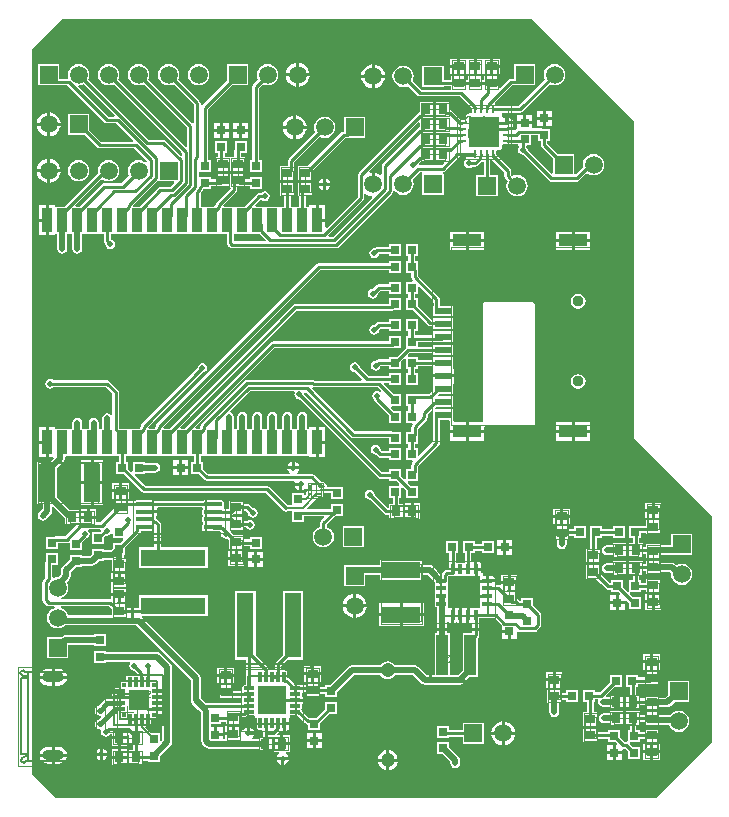
<source format=gtl>
%FSTAX23Y23*%
%MOIN*%
%SFA1B1*%

%IPPOS*%
%AMD29*
4,1,8,-0.011800,0.003000,-0.011800,-0.003000,-0.009800,-0.004900,0.009800,-0.004900,0.011800,-0.003000,0.011800,0.003000,0.009800,0.004900,-0.009800,0.004900,-0.011800,0.003000,0.0*
1,1,0.003937,-0.009800,0.003000*
1,1,0.003937,-0.009800,-0.003000*
1,1,0.003937,0.009800,-0.003000*
1,1,0.003937,0.009800,0.003000*
%
%AMD30*
4,1,8,0.003000,0.011800,-0.003000,0.011800,-0.004900,0.009800,-0.004900,-0.009800,-0.003000,-0.011800,0.003000,-0.011800,0.004900,-0.009800,0.004900,0.009800,0.003000,0.011800,0.0*
1,1,0.003937,0.003000,0.009800*
1,1,0.003937,-0.003000,0.009800*
1,1,0.003937,-0.003000,-0.009800*
1,1,0.003937,0.003000,-0.009800*
%
%AMD37*
4,1,8,0.015000,0.006300,-0.015000,0.006300,-0.016500,0.004700,-0.016500,-0.004700,-0.015000,-0.006300,0.015000,-0.006300,0.016500,-0.004700,0.016500,0.004700,0.015000,0.006300,0.0*
1,1,0.003150,0.015000,0.004700*
1,1,0.003150,-0.015000,0.004700*
1,1,0.003150,-0.015000,-0.004700*
1,1,0.003150,0.015000,-0.004700*
%
%AMD38*
4,1,8,-0.006300,0.015000,-0.006300,-0.015000,-0.004700,-0.016500,0.004700,-0.016500,0.006300,-0.015000,0.006300,0.015000,0.004700,0.016500,-0.004700,0.016500,-0.006300,0.015000,0.0*
1,1,0.003150,-0.004700,0.015000*
1,1,0.003150,-0.004700,-0.015000*
1,1,0.003150,0.004700,-0.015000*
1,1,0.003150,0.004700,0.015000*
%
%AMD41*
4,1,8,-0.026700,-0.008100,0.026700,-0.008100,0.030700,-0.004000,0.030700,0.004000,0.026700,0.008100,-0.026700,0.008100,-0.030700,0.004000,-0.030700,-0.004000,-0.026700,-0.008100,0.0*
1,1,0.008071,-0.026700,-0.004000*
1,1,0.008071,0.026700,-0.004000*
1,1,0.008071,0.026700,0.004000*
1,1,0.008071,-0.026700,0.004000*
%
%AMD43*
4,1,8,0.015600,0.005300,-0.015600,0.005300,-0.016900,0.004000,-0.016900,-0.004000,-0.015600,-0.005300,0.015600,-0.005300,0.016900,-0.004000,0.016900,0.004000,0.015600,0.005300,0.0*
1,1,0.002661,0.015600,0.004000*
1,1,0.002661,-0.015600,0.004000*
1,1,0.002661,-0.015600,-0.004000*
1,1,0.002661,0.015600,-0.004000*
%
%AMD44*
4,1,8,-0.005300,0.015600,-0.005300,-0.015600,-0.004000,-0.016900,0.004000,-0.016900,0.005300,-0.015600,0.005300,0.015600,0.004000,0.016900,-0.004000,0.016900,-0.005300,0.015600,0.0*
1,1,0.002661,-0.004000,0.015600*
1,1,0.002661,-0.004000,-0.015600*
1,1,0.002661,0.004000,-0.015600*
1,1,0.002661,0.004000,0.015600*
%
%AMD75*
4,1,8,0.049100,0.051200,-0.049100,0.051200,-0.051200,0.049100,-0.051200,-0.049100,-0.049100,-0.051200,0.049100,-0.051200,0.051200,-0.049100,0.051200,0.049100,0.049100,0.051200,0.0*
1,1,0.004094,0.049100,0.049100*
1,1,0.004094,-0.049100,0.049100*
1,1,0.004094,-0.049100,-0.049100*
1,1,0.004094,0.049100,-0.049100*
%
%ADD10C,0.009449*%
%ADD13C,0.007874*%
%ADD14C,0.005000*%
%ADD16C,0.004000*%
%ADD17C,0.003937*%
%ADD18C,0.010000*%
%ADD19C,0.001969*%
%ADD22R,0.030000X0.030000*%
%ADD23R,0.035433X0.031496*%
%ADD24R,0.031496X0.035433*%
%ADD25R,0.030000X0.030000*%
%ADD26R,0.055118X0.129921*%
%ADD27R,0.055118X0.024409*%
%ADD28R,0.094488X0.043307*%
G04~CAMADD=29~8~0.0~0.0~98.4~236.2~19.7~0.0~15~0.0~0.0~0.0~0.0~0~0.0~0.0~0.0~0.0~0~0.0~0.0~0.0~90.0~236.0~98.0*
%ADD29D29*%
G04~CAMADD=30~8~0.0~0.0~98.4~236.2~19.7~0.0~15~0.0~0.0~0.0~0.0~0~0.0~0.0~0.0~0.0~0~0.0~0.0~0.0~0.0~98.4~236.2*
%ADD30D30*%
%ADD31R,0.007874X0.007874*%
%ADD32R,0.035433X0.011811*%
%ADD33R,0.011811X0.035433*%
%ADD34R,0.011811X0.011811*%
%ADD35R,0.056299X0.216535*%
%ADD36R,0.129921X0.055118*%
G04~CAMADD=37~8~0.0~0.0~330.7~126.0~15.7~0.0~15~0.0~0.0~0.0~0.0~0~0.0~0.0~0.0~0.0~0~0.0~0.0~0.0~0.0~330.7~126.0*
%ADD37D37*%
G04~CAMADD=38~8~0.0~0.0~330.7~126.0~15.7~0.0~15~0.0~0.0~0.0~0.0~0~0.0~0.0~0.0~0.0~0~0.0~0.0~0.0~90.0~126.0~331.0*
%ADD38D38*%
%ADD39R,0.038583X0.133858*%
%ADD40R,0.216535X0.056299*%
G04~CAMADD=41~8~0.0~0.0~614.2~161.4~40.4~0.0~15~0.0~0.0~0.0~0.0~0~0.0~0.0~0.0~0.0~0~0.0~0.0~0.0~180.0~614.0~162.0*
%ADD41D41*%
G04~CAMADD=43~8~0.0~0.0~338.6~106.3~13.3~0.0~15~0.0~0.0~0.0~0.0~0~0.0~0.0~0.0~0.0~0~0.0~0.0~0.0~0.0~338.6~106.3*
%ADD43D43*%
G04~CAMADD=44~8~0.0~0.0~338.6~106.3~13.3~0.0~15~0.0~0.0~0.0~0.0~0~0.0~0.0~0.0~0.0~0~0.0~0.0~0.0~90.0~106.0~338.0*
%ADD44D44*%
%ADD45R,0.035433X0.078740*%
%ADD57R,0.070866X0.070866*%
G04~CAMADD=75~8~0.0~0.0~1023.6~1023.6~20.5~0.0~15~0.0~0.0~0.0~0.0~0~0.0~0.0~0.0~0.0~0~0.0~0.0~0.0~0.0~1023.6~1023.6*
%ADD75D75*%
%ADD76R,0.106299X0.106299*%
%ADD77R,0.096457X0.096457*%
%ADD78C,0.005905*%
%ADD79C,0.019685*%
%ADD80C,0.015000*%
%ADD81R,0.059055X0.059055*%
%ADD82C,0.059055*%
%ADD83C,0.037401*%
%ADD84R,0.059055X0.059055*%
%ADD85C,0.019685*%
%ADD86O,0.070866X0.035433*%
%ADD87C,0.047244*%
%LNsolears_v1-1*%
%LPD*%
G36*
X02675Y03604D02*
X02902Y03377D01*
X02982Y03297*
X03014Y03265*
Y02215*
X03015Y02211*
X03017Y02207*
X03274Y0195*
Y01194*
X0309Y0101*
X01089*
X0101Y01084*
Y03505*
X01109Y03604*
X02675*
G37*
%LNsolears_v1-2*%
%LPC*%
G36*
X02569Y03473D02*
X02546D01*
Y03452*
X02569*
Y03473*
G37*
G36*
X02426D02*
X02403D01*
Y03452*
X02426*
Y03473*
G37*
G36*
X019Y03459D02*
Y03425D01*
X01934*
X01933Y0343*
X01929Y03439*
X01923Y03448*
X01914Y03454*
X01905Y03458*
X019Y03459*
G37*
G36*
X0189D02*
X01884Y03458D01*
X01875Y03454*
X01866Y03448*
X0186Y03439*
X01856Y0343*
X01855Y03425*
X0189*
Y03459*
G37*
G36*
X02569Y03442D02*
X02546D01*
Y03421*
X02569*
Y03442*
G37*
G36*
X02536Y03473D02*
X02491D01*
Y03447*
Y03421*
X02536*
Y03447*
Y03473*
G37*
G36*
X02481D02*
X02436D01*
Y03447*
Y03421*
X02481*
Y03447*
Y03473*
G37*
G36*
X02426Y03442D02*
X02403D01*
Y03421*
X02426*
Y03442*
G37*
G36*
X02151Y03454D02*
Y0342D01*
X02185*
X02184Y03425*
X0218Y03434*
X02174Y03443*
X02166Y03449*
X02156Y03453*
X02151Y03454*
G37*
G36*
X02141D02*
X02136Y03453D01*
X02126Y03449*
X02118Y03443*
X02111Y03434*
X02107Y03425*
X02107Y0342*
X02141*
Y03454*
G37*
G36*
X01795Y03455D02*
X01785Y03454D01*
X01777Y0345*
X01769Y03445*
X01764Y03437*
X0176Y03429*
X01759Y0342*
X0176Y0341*
X01763Y03404*
X01747Y03387*
X01744Y03384*
X01743Y0338*
Y03135*
X01734*
Y03094*
X01775*
Y03135*
X01766*
Y03375*
X01779Y03388*
X01785Y03385*
X01795Y03384*
X01804Y03385*
X01812Y03389*
X0182Y03394*
X01825Y03402*
X01829Y0341*
X0183Y0342*
X01829Y03429*
X01825Y03437*
X0182Y03445*
X01812Y0345*
X01804Y03454*
X01795Y03455*
G37*
G36*
X01565D02*
X01555Y03454D01*
X01547Y0345*
X01539Y03445*
X01534Y03437*
X0153Y03429*
X01529Y0342*
X0153Y0341*
X01534Y03402*
X01539Y03394*
X01547Y03389*
X01555Y03385*
X01565Y03384*
X01574Y03385*
X01582Y03389*
X0159Y03394*
X01595Y03402*
X01599Y0341*
X016Y0342*
X01599Y03429*
X01595Y03437*
X0159Y03445*
X01582Y0345*
X01574Y03454*
X01565Y03455*
G37*
G36*
X01934Y03415D02*
X019D01*
Y0338*
X01905Y03381*
X01914Y03385*
X01923Y03391*
X01929Y034*
X01933Y03409*
X01934Y03415*
G37*
G36*
X0189D02*
X01855D01*
X01856Y03409*
X0186Y034*
X01866Y03391*
X01875Y03385*
X01884Y03381*
X0189Y0338*
Y03415*
G37*
G36*
X02185Y0341D02*
X02151D01*
Y03375*
X02156Y03376*
X02166Y0338*
X02174Y03386*
X0218Y03395*
X02184Y03404*
X02185Y0341*
G37*
G36*
X02141D02*
X02107D01*
X02107Y03404*
X02111Y03395*
X02118Y03386*
X02126Y0338*
X02136Y03376*
X02141Y03375*
Y0341*
G37*
G36*
X02741Y033D02*
X02721D01*
Y0328*
X02741*
Y033*
G37*
G36*
X02711D02*
X02691D01*
Y0328*
X02711*
Y033*
G37*
G36*
X02676Y03285D02*
X02656D01*
Y03265*
X02676*
Y03285*
G37*
G36*
X02646D02*
X02626D01*
Y03265*
X02646*
Y03285*
G37*
G36*
X026Y03274D02*
X02596D01*
Y03264*
X02612*
X02612Y03267*
X02609Y03271*
X02605Y03273*
X026Y03274*
G37*
G36*
X0107Y03294D02*
Y0326D01*
X01104*
X01103Y03265*
X01099Y03274*
X01093Y03283*
X01084Y03289*
X01075Y03293*
X0107Y03294*
G37*
G36*
X0106D02*
X01054Y03293D01*
X01045Y03289*
X01036Y03283*
X0103Y03274*
X01026Y03265*
X01025Y0326*
X0106*
Y03294*
G37*
G36*
X01465Y03455D02*
X01455Y03454D01*
X01447Y0345*
X01439Y03445*
X01434Y03437*
X0143Y03429*
X01429Y0342*
X0143Y0341*
X01434Y03402*
X01439Y03394*
X01447Y03389*
X01455Y03385*
X01465Y03384*
X01474Y03385*
X01481Y03388*
X01548Y0332*
Y03258*
X01548Y03258*
X01543Y03256*
X01396Y03404*
X01399Y0341*
X014Y0342*
X01399Y03429*
X01395Y03437*
X0139Y03445*
X01382Y0345*
X01374Y03454*
X01365Y03455*
X01355Y03454*
X01347Y0345*
X01339Y03445*
X01334Y03437*
X0133Y03429*
X01329Y0342*
X0133Y0341*
X01334Y03402*
X01339Y03394*
X01347Y03389*
X01355Y03385*
X01365Y03384*
X01374Y03385*
X01381Y03388*
X01526Y03243*
Y03181*
X01521Y03179*
X01296Y03404*
X01299Y0341*
X013Y0342*
X01299Y03429*
X01295Y03437*
X0129Y03445*
X01282Y0345*
X01274Y03454*
X01265Y03455*
X01255Y03454*
X01247Y0345*
X01239Y03445*
X01234Y03437*
X0123Y03429*
X01229Y0342*
X0123Y0341*
X01234Y03402*
X01239Y03394*
X01247Y03389*
X01255Y03385*
X01265Y03384*
X01274Y03385*
X01281Y03388*
X0151Y03159*
Y03151*
X01505Y03149*
X01455Y032*
X01451Y03202*
X01447Y03203*
X01397*
X01196Y03404*
X01199Y0341*
X012Y0342*
X01199Y03429*
X01195Y03437*
X0119Y03445*
X01182Y0345*
X01174Y03454*
X01165Y03455*
X01155Y03454*
X01147Y0345*
X01139Y03445*
X01134Y03437*
X0113Y03429*
X01129Y0342*
X0113Y03411*
X01129Y03408*
X01127Y03406*
X011*
Y03455*
X01029*
Y03384*
X01088*
X01089Y03384*
X01127*
X01251Y0326*
X01255Y03258*
X01259Y03257*
X01289*
X01345Y032*
X01343Y03196*
X01239*
X012Y03235*
Y0329*
X01129*
Y03219*
X01184*
X01226Y03177*
X0123Y03174*
X01234Y03174*
X0135*
X01392Y03132*
X01391Y0313*
X01386Y03128*
X01382Y0313*
X01374Y03134*
X01365Y03135*
X01355Y03134*
X01347Y0313*
X01339Y03125*
X01334Y03117*
X0133Y03109*
X01329Y031*
X0133Y0309*
X01333Y03084*
X01307Y03058*
X01249*
X01245Y03057*
X01241Y03054*
X01173Y02986*
X01171Y02984*
X01167Y0298*
X01155*
X01153Y02984*
X01241Y03073*
X01247Y03069*
X01255Y03065*
X01265Y03064*
X01274Y03065*
X01282Y03069*
X0129Y03074*
X01295Y03082*
X01299Y0309*
X013Y031*
X01299Y03109*
X01295Y03117*
X0129Y03125*
X01282Y0313*
X01274Y03134*
X01265Y03135*
X01255Y03134*
X01247Y0313*
X01239Y03125*
X01234Y03117*
X0123Y03109*
X01229Y031*
X0123Y03093*
X01123Y02986*
X01121Y02984*
X01117Y0298*
X01087*
Y02984*
X01065*
Y02935*
Y02885*
X01087*
Y02889*
X01093*
Y0284*
X01095Y02833*
X01098Y02828*
X01103Y02825*
X0111Y02823*
X01116Y02825*
X01121Y02828*
X01124Y02833*
X01126Y0284*
Y02889*
X01131*
X01133*
X01136*
X01143*
Y0284*
X01145Y02833*
X01148Y02828*
X01153Y02825*
X0116Y02823*
X01166Y02825*
X01171Y02828*
X01174Y02833*
X01176Y0284*
Y02889*
X01181*
X01183*
X01186*
X01231*
X01233*
X01236*
X01248*
Y02865*
X01249Y0286*
X01252Y02857*
X01254Y02855*
X01253Y02855*
X01255Y02848*
X01258Y02843*
X01263Y0284*
X0127Y02838*
X01276Y0284*
X01281Y02843*
X01284Y02848*
X01286Y02855*
X01284Y02861*
X01281Y02866*
X01276Y02869*
X01271Y0287*
Y02889*
X01283*
X01286*
X01331*
X01333*
X01336*
X01381*
X01383*
X01386*
X01431*
X01433*
X01436*
X01481*
X01483*
X01486*
X01531*
X01533*
X01536*
X01581*
X01585*
X01588*
X01631*
X01633*
X01636*
X01658*
Y02858*
X01659Y02854*
X01662Y0285*
X01667Y02845*
X01671Y02842*
X01675Y02841*
X02023*
X02028Y02842*
X02031Y02845*
X0221Y03023*
X02212Y03027*
X02213Y03031*
X02215Y03031*
X02218Y03032*
X02221Y03029*
X02228Y03024*
X02237Y0302*
X02246Y03019*
X02255Y0302*
X02264Y03024*
X02271Y03029*
X02277Y03037*
X0228Y03045*
X02282Y03055*
X0228Y03064*
X02278Y03071*
X02302Y03095*
X0231*
X0231Y0309*
Y0309*
Y03019*
X02381*
Y0309*
X0238*
X0238Y03095*
X02383Y03096*
X02387Y03098*
X02432Y03144*
X02456*
X02457Y03139*
X02453Y03136*
X0245Y03131*
X02448Y03125*
X0245Y03118*
X02453Y03113*
X02458Y0311*
X02465Y03108*
X02471Y0311*
X02476Y03113*
X02476Y03113*
X02487*
X02487*
X02491Y03114*
X02495Y03117*
X0251Y03131*
X02511Y03131*
X02515Y03129*
Y03085*
X0249*
Y03014*
X02561*
Y03085*
X02537*
Y03134*
X02537Y03134*
X02542Y03136*
X02583Y03094*
Y03081*
Y03081*
X02584Y03077*
X02586Y03073*
X02594Y03066*
X02591Y03059*
X0259Y0305*
X02591Y0304*
X02595Y03032*
X02601Y03024*
X02608Y03019*
X02617Y03015*
X02626Y03014*
X02635Y03015*
X02644Y03019*
X02651Y03024*
X02657Y03032*
X0266Y0304*
X02662Y0305*
X0266Y03059*
X02657Y03067*
X02651Y03075*
X02644Y0308*
X02635Y03084*
X02626Y03085*
X02617Y03084*
X0261Y03081*
X02605Y03086*
Y03099*
X02605Y03103*
X02602Y03107*
Y03107*
X02556Y03153*
Y03155*
X02556Y03155*
Y03165*
X02561Y03168*
X02565*
X0257Y03169*
X02574Y03172*
X02576Y03176*
X02577Y0318*
Y03185*
X02581Y03189*
X0259*
X02591Y03189*
X0263*
Y03184*
X02632Y03179*
X0263Y03176*
X02628Y0317*
X0263Y03163*
X02633Y03158*
X02638Y03155*
X02645Y03153*
X02645Y03154*
X02732Y03067*
X02735Y03064*
X0274Y03063*
X02825*
X02829Y03064*
X02832Y03067*
X02858Y03092*
X02863Y03089*
X02872Y03085*
X02881Y03084*
X0289Y03085*
X02899Y03089*
X02906Y03094*
X02912Y03102*
X02915Y0311*
X02917Y0312*
X02915Y03129*
X02912Y03137*
X02906Y03145*
X02899Y0315*
X0289Y03154*
X02881Y03155*
X02872Y03154*
X02863Y0315*
X02856Y03145*
X0285Y03137*
X02846Y03129*
X02845Y0312*
X02846Y03112*
X02821Y03087*
X02816Y03089*
Y03155*
X02761*
X02727Y03189*
Y03199*
X02737*
Y0324*
X0271*
X02709Y03241*
X02705Y03242*
X02676*
Y03255*
X02651*
X02626*
Y0324*
X02623Y03238*
X02619Y03234*
X02617Y03234*
X02617Y03234*
X02591*
Y03244*
X02612*
X02612Y03247*
X0261Y03249*
X02612Y03251*
X02612Y03254*
X02591*
Y03259*
X02586*
Y03274*
X02581*
X02577Y03277*
Y03279*
X02576Y03283*
X02574Y03287*
X02572Y03288*
X02574Y03293*
X02636*
X0264Y03294*
X02644Y03296*
X02735Y03388*
X02742Y03385*
X02751Y03384*
X0276Y03385*
X02769Y03389*
X02776Y03394*
X02782Y03402*
X02785Y0341*
X02787Y0342*
X02785Y03429*
X02782Y03437*
X02776Y03445*
X02769Y0345*
X0276Y03454*
X02751Y03455*
X02742Y03454*
X02733Y0345*
X02726Y03445*
X0272Y03437*
X02716Y03429*
X02715Y0342*
X02716Y0341*
X02719Y03404*
X02631Y03315*
X02556*
X02556Y03317*
X02554Y0332*
X02553Y0332*
X02552Y03325*
X02552Y03326*
X0261Y03384*
X02626*
X02627Y03384*
X02686*
Y03455*
X02615*
Y03406*
X02605*
X02601Y03405*
X02597Y03403*
X02597*
X02569Y03375*
X02564Y03377*
Y03414*
X02517*
Y03403*
X02509*
Y03414*
X02462*
Y03403*
X02454*
Y03414*
X02407*
Y03403*
X02381*
Y0345*
X0231*
Y03379*
X02381*
Y03381*
X02407*
Y0337*
X02403Y03369*
X02307*
X02278Y03399*
X0228Y03405*
X02282Y03415*
X0228Y03424*
X02277Y03432*
X02271Y0344*
X02264Y03445*
X02255Y03449*
X02246Y0345*
X02237Y03449*
X02228Y03445*
X02221Y0344*
X02215Y03432*
X02211Y03424*
X0221Y03415*
X02211Y03405*
X02215Y03397*
X02221Y03389*
X02228Y03384*
X02237Y0338*
X02246Y03379*
X02255Y0338*
X02262Y03383*
X02294Y0335*
X02298Y03348*
X02302Y03347*
X02435*
X02475Y03306*
Y03304*
X02475Y03304*
Y03294*
X02471Y03291*
X02467*
X02462Y0329*
X02458Y03287*
X02455Y03283*
X02454Y03279*
Y03274*
X02451Y0327*
X02442*
X02441Y0327*
X02439*
X02409Y033*
X02406Y03302*
X02402Y03303*
X024Y03307*
Y03328*
X02357*
Y03283*
Y03281*
Y03278*
Y03231*
Y03228*
Y03181*
Y03178*
Y03176*
Y03131*
X02381*
X02383Y03126*
X02374Y03117*
X023*
X023Y03117*
X02298Y03122*
X02306Y03131*
X02313*
X02314Y03131*
X02345*
Y03178*
Y03181*
Y03183*
Y03228*
Y03231*
Y03233*
Y03278*
Y03281*
Y03283*
Y03328*
X02302*
Y03297*
X02298Y03293*
X02295Y03291*
X02098Y03093*
X02095Y0309*
X02094Y03086*
Y03013*
X01992Y0291*
X01987Y02912*
Y0293*
X0196*
Y02935*
X01955*
Y02984*
X01932*
Y0298*
X01921*
Y03015*
X01943*
Y03059*
X01896*
Y03015*
X01898*
Y0298*
X01886*
X01883*
X01871*
Y03015*
X01883*
Y03059*
X01836*
Y03015*
X01848*
Y0298*
X01836*
X01833*
X01831*
X01786*
X01783*
X01781*
X01755*
X01753Y02984*
X01769Y03001*
X01773Y03003*
X01778Y03*
X01785Y02998*
X01791Y03*
X01796Y03003*
X01799Y03008*
X01801Y03015*
X01799Y03021*
X01796Y03026*
X01791Y03029*
X01785Y03031*
X01778Y03029*
X01773Y03026*
X01773Y03026*
X01767*
X01763Y03025*
X01759Y03022*
X01723Y02986*
X01721Y02984*
X01717Y0298*
X01686*
X01683*
X01648*
X01646Y02985*
X0169Y03028*
X01692Y03032*
X01693Y03036*
Y03045*
X01718*
Y03048*
X01734*
Y03039*
X01775*
Y0308*
X01734*
Y03071*
X01718*
Y03089*
X01673*
X0167*
X01666*
X01621*
Y03071*
X01605*
Y0308*
X01564*
Y03094*
X01605*
Y03135*
X01596*
Y03305*
X01675Y03384*
X0173*
Y03455*
X01659*
Y034*
X01577Y03317*
X01576Y03316*
X01571Y03317*
Y03325*
X0157Y03329*
X01567Y03332*
X01496Y03404*
X01499Y0341*
X015Y0342*
X01499Y03429*
X01495Y03437*
X0149Y03445*
X01482Y0345*
X01474Y03454*
X01465Y03455*
G37*
G36*
X0189Y03284D02*
Y0325D01*
X01924*
X01923Y03255*
X01919Y03264*
X01913Y03273*
X01904Y03279*
X01895Y03283*
X0189Y03284*
G37*
G36*
X0188D02*
X01874Y03283D01*
X01865Y03279*
X01856Y03273*
X0185Y03264*
X01846Y03255*
X01845Y0325*
X0188*
Y03284*
G37*
G36*
X02741Y0327D02*
X02721D01*
Y0325*
X02741*
Y0327*
G37*
G36*
X02711D02*
X02691D01*
Y0325*
X02711*
Y0327*
G37*
G36*
X0173Y0326D02*
X0171D01*
Y0324*
X0173*
Y0326*
G37*
G36*
X01665D02*
X01645D01*
Y0324*
X01665*
Y0326*
G37*
G36*
X01635D02*
X01615D01*
Y0324*
X01635*
Y0326*
G37*
G36*
X017D02*
X0168D01*
Y0324*
X017*
Y0326*
G37*
G36*
X01104Y0325D02*
X0107D01*
Y03215*
X01075Y03216*
X01084Y0322*
X01093Y03226*
X01099Y03235*
X01103Y03244*
X01104Y0325*
G37*
G36*
X0106D02*
X01025D01*
X01026Y03244*
X0103Y03235*
X01036Y03226*
X01045Y0322*
X01054Y03216*
X0106Y03215*
Y0325*
G37*
G36*
X0173Y0323D02*
X0171D01*
Y0321*
X0173*
Y0323*
G37*
G36*
X017D02*
X0168D01*
Y0321*
X017*
Y0323*
G37*
G36*
X01665D02*
X01645D01*
Y0321*
X01665*
Y0323*
G37*
G36*
X01635D02*
X01615D01*
Y0321*
X01635*
Y0323*
G37*
G36*
X0212Y0328D02*
X02049D01*
Y03231*
X02045Y0323*
X02042Y03228*
X01927Y03114*
X01896*
Y0307*
X01943*
Y03098*
X02054Y03209*
X0206*
X02061Y03209*
X0212*
Y0328*
G37*
G36*
X01985Y0328D02*
X01975Y03279D01*
X01967Y03275*
X01959Y0327*
X01954Y03262*
X0195Y03254*
X01949Y03245*
X0195Y03235*
X01953Y03229*
X01864Y0314*
X01862Y03136*
X01861Y03132*
Y03114*
X01836*
Y0307*
X01883*
Y03102*
X01883Y03103*
Y03128*
X01969Y03213*
X01975Y0321*
X01985Y03209*
X01994Y0321*
X02002Y03214*
X0201Y03219*
X02015Y03227*
X02019Y03235*
X0202Y03245*
X02019Y03254*
X02015Y03262*
X0201Y0327*
X02002Y03275*
X01994Y03279*
X01985Y0328*
G37*
G36*
X01924Y0324D02*
X0189D01*
Y03205*
X01895Y03206*
X01904Y0321*
X01913Y03216*
X01919Y03225*
X01923Y03234*
X01924Y0324*
G37*
G36*
X0188D02*
X01845D01*
X01846Y03234*
X0185Y03225*
X01856Y03216*
X01865Y0321*
X01874Y03206*
X0188Y03205*
Y0324*
G37*
G36*
X01725Y032D02*
X01684D01*
Y03171*
X01683Y0317*
Y03147*
X0168Y03144*
X0167*
X01666*
X01651*
Y03159*
X0166*
Y032*
X01619*
Y03159*
X01628*
Y03144*
X01621*
Y031*
X01666*
X0167*
X01673*
X01718*
Y03144*
X01706*
Y03159*
X01725*
Y032*
G37*
G36*
X0107Y03139D02*
Y03105D01*
X01104*
X01103Y0311*
X01099Y03119*
X01093Y03128*
X01084Y03134*
X01075Y03138*
X0107Y03139*
G37*
G36*
X0106D02*
X01054Y03138D01*
X01045Y03134*
X01036Y03128*
X0103Y03119*
X01026Y0311*
X01025Y03105*
X0106*
Y03139*
G37*
G36*
X01165Y03135D02*
X01155Y03134D01*
X01147Y0313*
X01139Y03125*
X01134Y03117*
X0113Y03109*
X01129Y031*
X0113Y0309*
X01134Y03082*
X01139Y03074*
X01147Y03069*
X01155Y03065*
X01165Y03064*
X01174Y03065*
X01182Y03069*
X0119Y03074*
X01195Y03082*
X01199Y0309*
X012Y031*
X01199Y03109*
X01195Y03117*
X0119Y03125*
X01182Y0313*
X01174Y03134*
X01165Y03135*
G37*
G36*
X01104Y03095D02*
X0107D01*
Y0306*
X01075Y03061*
X01084Y03065*
X01093Y03071*
X01099Y0308*
X01103Y03089*
X01104Y03095*
G37*
G36*
X0106D02*
X01025D01*
X01026Y03089*
X0103Y0308*
X01036Y03071*
X01045Y03065*
X01054Y03061*
X0106Y0306*
Y03095*
G37*
G36*
X0199Y03074D02*
Y0306D01*
X02004*
X02003Y03062*
X01999Y03069*
X01992Y03073*
X0199Y03074*
G37*
G36*
X0198D02*
X01977Y03073D01*
X0197Y03069*
X01966Y03062*
X01965Y0306*
X0198*
Y03074*
G37*
G36*
X02004Y0305D02*
X0199D01*
Y03035*
X01992Y03036*
X01999Y0304*
X02003Y03047*
X02004Y0305*
G37*
G36*
X0198D02*
X01965D01*
X01966Y03047*
X0197Y0304*
X01977Y03036*
X0198Y03035*
Y0305*
G37*
G36*
X01987Y02984D02*
X01965D01*
Y0294*
X01987*
Y02984*
G37*
G36*
X01055D02*
X01032D01*
Y0294*
X01055*
Y02984*
G37*
G36*
Y0293D02*
X01032D01*
Y02885*
X01055*
Y0293*
G37*
G36*
X0287Y02899D02*
X02818D01*
Y02872*
X0287*
Y02899*
G37*
G36*
X02808D02*
X02756D01*
Y02872*
X02808*
Y02899*
G37*
G36*
X02516D02*
X02464D01*
Y02872*
X02516*
Y02899*
G37*
G36*
X02454D02*
X02401D01*
Y02872*
X02454*
Y02899*
G37*
G36*
X0224Y02855D02*
X02199D01*
Y02846*
X0216*
X02155Y02845*
X02152Y02842*
X0215Y02841*
X0215Y02841*
X02143Y02839*
X02138Y02836*
X02135Y02831*
X02133Y02825*
X02135Y02818*
X02138Y02813*
X02143Y0281*
X0215Y02808*
X02156Y0281*
X02161Y02813*
X02164Y02818*
X02165Y02823*
X02199*
Y02814*
X0224*
Y02855*
G37*
G36*
X0287Y02862D02*
X02818D01*
Y02836*
X0287*
Y02862*
G37*
G36*
X02808D02*
X02756D01*
Y02836*
X02808*
Y02862*
G37*
G36*
X02516D02*
X02464D01*
Y02836*
X02516*
Y02862*
G37*
G36*
X02454D02*
X02401D01*
Y02836*
X02454*
Y02862*
G37*
G36*
X0224Y028D02*
X02199D01*
Y02791*
X01965*
X0196Y0279*
X01957Y02787*
X01423Y02254*
X01421Y0225*
X0142Y02246*
Y02242*
X01417Y0224*
X01398*
X01396Y02245*
X01577Y02426*
X01577Y02426*
X01583Y02427*
X01588Y02431*
X01592Y02436*
X01593Y02442*
X01592Y02448*
X01588Y02453*
X01583Y02457*
X01577Y02458*
X01571Y02457*
X01566Y02453*
X01562Y02448*
X01561Y02442*
X01561Y02442*
X01373Y02254*
X01371Y0225*
X0137Y02246*
Y02242*
X01367Y0224*
X01336*
X01333*
X01302*
X01299Y02242*
Y02361*
X01298Y02365*
X01296Y02369*
X01267Y02397*
X01264Y024*
X0126Y02401*
X01081*
X01081Y02401*
X01076Y02404*
X0107Y02406*
X01063Y02404*
X01058Y02401*
X01055Y02396*
X01053Y0239*
X01055Y02383*
X01058Y02378*
X01063Y02375*
X0107Y02373*
X01076Y02375*
X01081Y02378*
X01081Y02378*
X01255*
X01277Y02356*
Y02286*
X01272Y02284*
X01271Y02286*
X01266Y02289*
X0126Y02291*
X01253Y02289*
X01248Y02286*
X01245Y02281*
X01243Y02275*
Y02243*
X0124Y0224*
X01234*
X01231Y02243*
Y0226*
X01229Y02266*
X01226Y02271*
X01221Y02274*
X01215Y02276*
X01208Y02274*
X01203Y02271*
X012Y02266*
X01198Y0226*
Y02243*
X01195Y0224*
X01185*
X01181*
X01176*
Y0226*
X01174Y02266*
X01171Y02271*
X01166Y02274*
X0116Y02276*
X01153Y02274*
X01148Y02271*
X01145Y02266*
X01143Y0226*
Y02243*
X0114Y0224*
X01135*
X01131*
X01087*
Y02244*
X01065*
Y02195*
Y02145*
X01079*
X01081Y02141*
X0107Y0213*
X01026*
Y01989*
X01044*
Y01971*
X01033Y01961*
X0103Y01956*
X01028Y0195*
X0103Y01943*
X01033Y01938*
X01038Y01935*
X01045Y01933*
X01051Y01935*
X01056Y01938*
X01071Y01953*
X01075Y01959*
X01076Y01965*
Y01977*
X0108Y01979*
X01118Y01941*
X0112Y0194*
Y01921*
X01153*
X01155Y01916*
X01119Y01881*
X01085*
X01083Y0188*
X01054*
Y01839*
X01095*
Y01858*
X01124*
X01128Y01859*
X01129Y01859*
X01134Y01857*
Y01834*
X01175*
Y0186*
X0119Y01875*
X01191Y01875*
X01196Y01878*
X01199Y01883*
X01201Y0189*
X01199Y01896*
X01197Y019*
X01198Y01904*
X01199Y01905*
X01237*
X01239Y019*
X01235Y01895*
X01209*
Y01854*
X0125*
Y0188*
X01255Y01884*
X0126Y01883*
X01266Y01885*
X01271Y01888*
X01274Y01892*
X01279Y01891*
Y01874*
X01311*
X01313Y01869*
X01305Y0186*
X01279*
Y01841*
X01273Y01836*
X0125*
Y0184*
X01209*
Y01821*
X01203Y01816*
X01175*
Y0182*
X01134*
Y01801*
X0111Y01778*
X01107Y01773*
X01105Y01767*
Y01754*
X01097Y01745*
X01095Y01745*
X01085Y01744*
X01081Y01742*
X01076Y01745*
Y01784*
X01095*
Y01825*
X01054*
Y01796*
X01053Y01795*
Y01742*
X01046Y01735*
X01044Y01731*
X01043Y01727*
Y0167*
X01044Y01666*
X01046Y01662*
X01057Y01652*
X0106Y01649*
X01065Y01648*
X01083*
X01084Y01643*
X01077Y0164*
X01069Y01635*
X01064Y01627*
X0106Y01619*
X01059Y0161*
X0106Y016*
X01064Y01592*
X01069Y01584*
X01077Y01579*
X01085Y01575*
X01095Y01574*
X01104Y01575*
X01112Y01579*
X0112Y01584*
X0112Y01584*
X01357*
X01538Y01403*
Y01335*
X0154Y01328*
X01543Y01323*
X01563Y01303*
X01573Y01294*
Y01198*
X01574Y01192*
X01577Y01187*
X01587Y01177*
X01592Y01174*
X01598Y01173*
X01765*
Y01166*
X01809*
Y01211*
X01814Y01213*
X01816Y01211*
Y01195*
X01837*
Y01217*
X01828*
X01826Y01222*
X01837Y01233*
X01839Y01233*
X0184Y01232*
X01844Y01231*
Y01258*
X01849*
Y01263*
X01864*
Y01274*
X01866Y01276*
X01868*
Y01282*
X0187Y01284*
X01893*
X0192Y01257*
X01924Y01254*
X01928Y01253*
X01929*
Y01234*
X0197*
Y0126*
X01999Y01289*
X02025*
Y0133*
X01984*
Y01304*
X01955Y01275*
X01941*
X0194Y01276*
X01933*
X01909Y013*
X01908Y01302*
X01906Y01304*
Y01306*
X01908Y01308*
X01909Y01311*
Y01319*
X01908Y01321*
X01909Y01322*
X01912Y01326*
X01913Y0133*
X01886*
Y0134*
X01913*
X01912Y01343*
X01909Y01347*
X01908Y01348*
X01909Y0135*
Y01358*
X01912Y01363*
X01921*
Y01345*
X01968*
Y01356*
X01984*
Y01344*
X02025*
Y01363*
X02081Y01418*
X0217*
X02173Y01413*
X0218Y01409*
X02187Y01406*
X02195Y01405*
X02202Y01406*
X02209Y01409*
X02216Y01413*
X02219Y01418*
X02279*
X02307Y0139*
X02312Y01387*
X02318Y01386*
X02434*
X02441Y01387*
X02446Y0139*
X02467Y01412*
X02495*
Y01542*
X02496Y01543*
X02498Y01546*
X02499Y01551*
Y01599*
X025Y016*
X025Y01603*
Y01607*
X02551*
X02575Y01583*
Y0157*
X026*
Y01565*
X02605*
Y0154*
X02625*
Y01562*
X02625Y01563*
X0263Y01565*
X02632Y01563*
X02636Y01562*
X02684*
X02688Y01563*
X02691Y01566*
X02702Y01577*
X02705Y0158*
X02706Y01585*
Y0162*
X02705Y01624*
X02702Y01627*
X0268Y01649*
Y01675*
X02639*
Y01667*
X02634Y01666*
X02631Y01669*
X02627Y01671*
X02623Y01672*
Y01694*
X02592*
X02589Y01697*
X02591Y01701*
X02595*
Y01722*
X02572*
Y0172*
X02567Y01717*
X02566Y01718*
X02562Y01718*
X02554*
X02551Y01723*
X02552Y01724*
X02552Y01728*
X02526*
Y01733*
X02521*
Y01749*
X02513*
Y01758*
X02504*
Y01766*
X02488*
Y01771*
X02483*
Y01797*
X02479Y01797*
X02478Y01796*
X02473Y01799*
Y01824*
X02485*
Y01833*
X02509*
Y01824*
X0255*
Y01865*
X02509*
Y01856*
X02485*
Y01865*
X02444*
Y01824*
X02451*
Y01794*
X02449Y01792*
X02446Y01791*
X02444Y01793*
X02441Y01793*
X02432*
X02429Y01793*
X02427Y01791*
X02425Y01792*
X02422Y01794*
Y01824*
X0243*
Y01865*
X02389*
Y01824*
X024*
Y0179*
X02399Y01789*
X02399Y01786*
Y0177*
X02392*
X02388Y01769*
X02385Y01767*
X02377Y01759*
X02376Y01757*
X0237Y01756*
X0236Y01766*
X02359Y01767*
X02345Y01781*
X0234Y01784*
X02334Y01785*
X0231*
Y01803*
X02169*
Y01785*
X02104*
X02103Y01785*
X02049*
Y01714*
X0212*
Y01753*
X02169*
Y01736*
X0231*
Y01753*
X02327*
X02336Y01745*
X02337Y01744*
X02351Y0173*
Y01728*
X02351Y01725*
X02353Y01723*
Y01717*
X02351Y01715*
X02351Y01712*
Y01703*
X02351Y017*
X02353Y01697*
Y01692*
X02351Y01689*
X02351Y01686*
Y01677*
X02351Y01674*
X02353Y01672*
Y01666*
X02351Y01664*
X02351Y01661*
Y01651*
X02351Y01648*
X02353Y01646*
X02355Y01644*
X02358Y01644*
X02359*
Y01557*
X02351*
Y01418*
X02325*
X02297Y01446*
X02292Y01449*
X02286Y01451*
X02286*
X02219*
X02216Y01456*
X02209Y0146*
X02202Y01463*
X02195Y01464*
X02187Y01463*
X0218Y0146*
X02173Y01456*
X0217Y01451*
X02075*
X02068Y01449*
X02063Y01446*
X02003Y01385*
X01984*
Y01378*
X01968*
Y01389*
X01921*
Y01385*
X01903*
X01901Y01385*
X01884*
X01884Y01386*
X01882Y0139*
X01865Y01407*
X01861Y01409*
X0186Y01409*
Y01426*
X0186Y01429*
X01858Y01431*
X01856Y01433*
X01853Y01434*
X01845*
X0184Y01437*
Y0145*
X01861Y0147*
X01913*
Y01699*
X01845*
Y01486*
X01821Y01462*
X01819Y01459*
X01818Y01455*
Y01437*
X01813Y01434*
X01806*
X01802Y01435*
X018Y01437*
X018Y01439*
X01797Y01443*
X01754Y01486*
Y01699*
X01686*
Y0147*
X01722*
Y01385*
X01718*
X01715Y01385*
X01713Y01383*
X01711Y01381*
X0171Y01378*
Y0137*
X01707Y01365*
X01678*
Y01384*
X01631*
Y0134*
X01678*
Y01343*
X01707*
X0171Y01338*
Y01331*
X01707Y01326*
X01586*
X01571Y01341*
Y0141*
X01569Y01416*
X01566Y01421*
X01375Y01611*
X01376Y01613*
X01377Y01616*
X01594*
Y01685*
X01365*
Y01643*
X01323*
Y01654*
X01292*
X01289Y01657*
X01291Y01661*
X01295*
Y01682*
X01272*
Y01672*
X0127Y01671*
X01106*
X01105Y01676*
X01112Y01679*
X0112Y01684*
X01125Y01692*
X01129Y017*
X0113Y0171*
X01129Y01719*
X01125Y01727*
X01125Y01728*
X01133Y01736*
X01136Y01741*
X01138Y01747*
Y0176*
X01156Y01779*
X01175*
Y01783*
X0121*
X01216Y01785*
X01221Y01788*
X01231Y01799*
X0125*
Y01803*
X01276*
Y01765*
X01323*
Y01809*
X01316*
Y01819*
X0132*
Y01845*
X01368Y01893*
X01371Y01896*
X01371Y01897*
X01413*
X01417Y01894*
Y01844*
X01365*
Y01775*
X01594*
Y01844*
X01439*
Y01921*
X01438Y01926*
X01436Y01929*
X01427Y01938*
X01423Y0194*
X01423Y0194*
Y01941*
X01422Y01945*
X01423Y01948*
X01423Y01948*
X01426Y01953*
X01427Y01957*
X01386*
Y01967*
X01427*
X01426Y01972*
X01429Y01977*
X01576*
X01578Y01972*
X01578Y01972*
X01577Y0197*
X01576Y01966*
Y01958*
X01577Y01954*
X01579Y01951*
Y01948*
X01577Y01945*
X01576Y01941*
Y01933*
X01577Y01929*
X01578Y01927*
X01579Y01924*
X01578Y0192*
X01577Y01919*
X01576Y01915*
Y01907*
X01577Y01903*
X01579Y019*
X01582Y01898*
X01586Y01897*
X01616*
X01616Y01897*
X01636*
X01639Y01893*
X01638Y0189*
X0164Y01883*
X01643Y01878*
X01648Y01875*
X01655Y01873*
X01659Y01874*
X01666Y01868*
Y0184*
X01713*
Y01848*
X01734*
Y01839*
X01775*
Y0188*
X01734*
Y01871*
X01713*
Y01884*
X01682*
X0167Y01895*
X01672Y019*
X01713*
Y01911*
X01721*
X01723Y01908*
X01728Y01905*
X01735Y01903*
X01741Y01905*
X01746Y01908*
X01749Y01913*
X01751Y0192*
X01749Y01926*
X01746Y01931*
X01741Y01934*
X01735Y01936*
X01728Y01934*
X01726Y01933*
X01713*
Y01944*
X01682*
X01681Y01945*
X01677Y01947*
X01677Y01947*
Y01952*
X01677Y01952*
X01681Y01954*
X01682Y01955*
X01713*
Y01966*
X01722*
X01729Y0196*
X01728Y0196*
X0173Y01953*
X01733Y01948*
X01738Y01945*
X01745Y01943*
X01751Y01945*
X01756Y01948*
X01759Y01953*
X01761Y0196*
X01759Y01966*
X01756Y01971*
X01751Y01974*
X01745Y01976*
X01744Y01976*
X01735Y01985*
X01731Y01987*
X01727Y01988*
X01713*
Y01999*
X01666*
Y01973*
X0165*
X01648Y01978*
X01648Y01979*
X01649Y0198*
X0165Y01984*
Y01992*
X01649Y01996*
X01647Y01999*
X01643Y02001*
X0164Y02002*
X01586*
X01582Y02001*
X01579Y01999*
X01579Y01999*
X0142*
X0142Y01999*
X01417Y02001*
X01413Y02002*
X01359*
X01356Y02001*
X01352Y01999*
X01352Y01999*
X01315*
X01314Y01999*
X01281*
Y01971*
X01237Y01927*
X01223*
Y0194*
X01197*
X01171*
Y01931*
X01168Y01929*
X01164Y01932*
Y01968*
X01138*
X01136Y01968*
X01093Y02011*
Y02108*
X01113Y02127*
X01116Y02133*
X01118Y02139*
Y02146*
X01121Y02149*
X01135*
X01138*
X01181*
X01185*
X01188*
X01231*
X01235*
X01238*
X01283*
X01286*
X01288*
X01298*
Y0213*
X01289*
Y02089*
X01315*
X01374Y02029*
X01378Y02027*
X01382Y02026*
X01787*
X01847Y01967*
X0185Y01964*
X01855Y01963*
X01859Y01964*
X01861Y01965*
X01874*
Y01929*
X01915*
Y01948*
X01981*
X01983Y01944*
X01972Y01932*
X01969Y01929*
X01968Y01925*
Y01913*
X01962Y0191*
X01954Y01905*
X01949Y01897*
X01945Y01889*
X01944Y0188*
X01945Y0187*
X01949Y01862*
X01954Y01854*
X01962Y01849*
X0197Y01845*
X0198Y01844*
X01989Y01845*
X01997Y01849*
X02005Y01854*
X0201Y01862*
X02014Y0187*
X02015Y0188*
X02014Y01889*
X0201Y01897*
X02005Y01905*
X01997Y0191*
X01991Y01913*
Y0192*
X02019Y01949*
X02045*
Y0199*
X02004*
Y01971*
X01926*
X01924Y01975*
X01958Y02009*
X01962Y02011*
X01982*
Y02025*
X02004*
Y02004*
X02045*
Y02045*
X02004*
Y02044*
X01994*
X0199Y02049*
X01991Y0205*
X0199Y02054*
X01987Y02057*
X01984Y0206*
X0198Y02061*
X01974*
X0195Y02085*
X01946Y02087*
X01942Y02088*
X01892*
X01891Y02093*
X01894Y02095*
X01898Y02102*
X01899Y02105*
X0186*
X01861Y02102*
X01865Y02095*
X01868Y02093*
X01867Y02088*
X01597*
X0158Y02104*
Y0213*
X01571*
Y02149*
X01581*
X01583*
X01586*
X01631*
X01633*
X01636*
X01681*
X01685*
X01688*
X01731*
X01735*
X01738*
X01781*
X01785*
X01788*
X01831*
X01835*
X01838*
X01881*
X01885*
X01888*
X01932*
Y02145*
X01955*
Y02195*
Y02244*
X01932*
Y0224*
X01926*
Y0228*
X01924Y02286*
X01921Y02291*
X01916Y02294*
X0191Y02296*
X01903Y02294*
X01898Y02291*
X01895Y02286*
X01893Y0228*
Y02243*
X0189Y0224*
X01885*
X01881*
X01876*
Y0228*
X01874Y02286*
X01871Y02291*
X01866Y02294*
X0186Y02296*
X01853Y02294*
X01848Y02291*
X01845Y02286*
X01843Y0228*
Y02243*
X0184Y0224*
X01835*
X01831*
X01826*
Y0228*
X01824Y02286*
X01821Y02291*
X01816Y02294*
X0181Y02296*
X01803Y02294*
X01798Y02291*
X01795Y02286*
X01793Y0228*
Y02243*
X0179Y0224*
X01785*
X01781*
X01776*
Y0228*
X01774Y02286*
X01771Y02291*
X01766Y02294*
X0176Y02296*
X01753Y02294*
X01748Y02291*
X01745Y02286*
X01743Y0228*
Y02243*
X0174Y0224*
X01735*
X01731*
X01726*
Y0228*
X01724Y02286*
X01721Y02291*
X01716Y02294*
X0171Y02296*
X01703Y02294*
X01698Y02291*
X01695Y02286*
X01693Y0228*
Y02243*
X0169Y0224*
X01684*
X01681Y02243*
Y0228*
X01679Y02286*
X01676Y02291*
X01672Y02293*
X0167Y02299*
X01736Y02364*
X01881*
X01884Y02359*
X01883Y02355*
X01885Y02348*
X01888Y02343*
X01893Y0234*
X019Y02338*
X019Y02339*
X02162Y02077*
X02165Y02074*
X0217Y02073*
X02199*
Y02064*
X02225*
X02233Y02055*
X02231Y0205*
X02199*
Y02009*
X02211*
Y01988*
X022*
Y01976*
X02194*
X02151Y02019*
X02151Y0202*
X02149Y02026*
X02146Y02031*
X02141Y02034*
X02135Y02036*
X02128Y02034*
X02123Y02031*
X0212Y02026*
X02118Y0202*
X0212Y02013*
X02123Y02008*
X02128Y02005*
X02135Y02003*
X02135Y02004*
X02182Y01957*
X02185Y01954*
X0219Y01953*
X022*
Y01941*
X02244*
Y01988*
X02233*
Y02009*
X0224*
Y02041*
X02245Y02043*
X02254Y02035*
Y02009*
X02295*
Y0205*
X02269*
X02261Y02059*
X02263Y02064*
X02295*
Y02093*
X02296Y02095*
Y02114*
X02365Y02184*
X02368Y02188*
X02368Y02192*
Y02268*
X024*
X02401Y02263*
Y02263*
Y02236*
X02454*
Y02263*
X02414*
X02413Y02268*
Y02268*
Y02304*
X02355*
X02352Y02309*
X02354Y02311*
X02413*
Y02347*
X02365*
X02362Y02352*
X02364Y02354*
X02413*
Y02388*
Y0239*
X02417Y02393*
X02417*
Y02411*
X0238*
X02342*
Y02393*
X02343*
X02346Y0239*
Y02388*
Y0237*
X02332Y02356*
X02285*
X02283Y02355*
X02254*
Y02314*
X02263*
Y023*
X02254*
Y02259*
X02277*
X02279Y02254*
X02277Y02252*
X02274Y02248*
X02273Y02244*
Y02244*
Y0223*
X02254*
Y02189*
X02263*
Y02175*
X02254*
Y02134*
X02277*
X02279Y02129*
X02277Y02127*
X02274Y02123*
X02273Y02119*
Y02119*
Y02105*
X02254*
Y02073*
X02249Y02071*
X0224Y02079*
Y02105*
X02199*
Y02096*
X02174*
X01916Y02354*
X01916Y02355*
X01915Y02356*
X01919Y02361*
X01922Y02361*
X02072Y02212*
X02075Y02209*
X0208Y02208*
X02199*
Y02189*
X0224*
Y0223*
X02211*
X0221Y02231*
X02084*
X01941Y02373*
X01944Y02378*
X01946Y02377*
X02161*
X02172Y02366*
X02172Y02366*
X02169Y02362*
X02168Y02363*
X02166Y02364*
X0216Y02366*
X02153Y02364*
X02148Y02361*
X02145Y02356*
X02143Y0235*
X02145Y02343*
X02148Y02338*
X02149Y02338*
X02149Y02335*
X02152Y02332*
X02199Y02285*
Y02259*
X0224*
Y023*
X02214*
X02206Y02309*
X02208Y02314*
X0224*
Y02355*
X02214*
X02181Y02389*
X02183Y02393*
X02199*
Y02384*
X0224*
Y02425*
X02199*
Y02416*
X02129*
X02101Y02444*
X02101Y02445*
X02099Y02451*
X02096Y02456*
X02091Y02459*
X02085Y02461*
X02078Y02459*
X02073Y02456*
X0207Y02451*
X02068Y02445*
X0207Y02438*
X02073Y02433*
X02078Y0243*
X02085Y02428*
X02085Y02429*
X02109Y02404*
X02107Y024*
X0195*
X01948Y02401*
X01944Y02402*
X01724*
X0172Y02401*
X01716Y02399*
X01573Y02256*
X01571Y02252*
X0157Y02248*
Y02242*
X01567Y0224*
X01555*
X01553Y02244*
X01817Y02508*
X0221*
X02211Y02509*
X0224*
Y0255*
X02199*
Y02531*
X01812*
X01808Y0253*
X01804Y02527*
X01523Y02246*
X01521Y02244*
X01517Y0224*
X01505*
X01503Y02244*
X01892Y02633*
X0221*
X02211Y02634*
X0224*
Y02675*
X02199*
Y02656*
X01887*
X01883Y02655*
X01879Y02652*
X01473Y02246*
X01471Y02244*
X01467Y0224*
X01448*
X01446Y02245*
X01969Y02768*
X02199*
Y02759*
X0224*
Y028*
G37*
G36*
Y0273D02*
X02199D01*
Y02721*
X02165*
X0216Y0272*
X02157Y02717*
X02145Y02706*
X02145Y02706*
X02138Y02704*
X02133Y02701*
X0213Y02696*
X02128Y0269*
X0213Y02683*
X02133Y02678*
X02138Y02675*
X02145Y02673*
X02151Y02675*
X02156Y02678*
X02159Y02683*
X02161Y0269*
X02161Y0269*
X02169Y02698*
X02199*
Y02689*
X0224*
Y0273*
G37*
G36*
X0283Y0269D02*
X0282Y02688D01*
X02812Y02682*
X02806Y02674*
X02804Y02665*
X02806Y02655*
X02812Y02647*
X0282Y02641*
X0283Y02639*
X02839Y02641*
X02847Y02647*
X02853Y02655*
X02855Y02665*
X02853Y02674*
X02847Y02682*
X02839Y02688*
X0283Y0269*
G37*
G36*
X02295Y02855D02*
X02254D01*
Y02814*
X02263*
Y028*
X02254*
Y02759*
X02273*
Y02745*
X02274Y02741*
X02277Y02737*
X02279Y02735*
X02277Y0273*
X02254*
Y02689*
X02263*
Y02675*
X02254*
Y02634*
X0228*
X02329Y02584*
X02333Y02581*
X02337Y02581*
X02346*
Y02571*
X02413*
Y02607*
X02346*
Y02604*
X02341Y02603*
X02295Y02649*
Y02675*
X02286*
Y02689*
X02295*
Y02712*
X023Y02714*
X02346Y02667*
Y02639*
X02346Y02638*
Y02614*
X02413*
Y0265*
X02368*
Y02672*
X02368Y02676*
X02365Y0268*
X02296Y0275*
Y0277*
X02295Y02771*
Y028*
X02286*
Y02814*
X02295*
Y02855*
G37*
G36*
X0224Y02605D02*
X02199D01*
Y02596*
X02165*
X0216Y02595*
X02157Y02592*
X0215Y02586*
X0215Y02586*
X02143Y02584*
X02138Y02581*
X02135Y02576*
X02133Y0257*
X02135Y02563*
X02138Y02558*
X02143Y02555*
X0215Y02553*
X02156Y02555*
X02161Y02558*
X02164Y02563*
X02166Y0257*
X02166Y0257*
X02169Y02573*
X02199*
Y02564*
X0224*
Y02605*
G37*
G36*
X02295D02*
X02254D01*
Y02564*
X02263*
Y0255*
X02254*
Y02509*
X02225Y0248*
X02199*
Y02471*
X02165*
X0216Y0247*
X02157Y02467*
X02155Y02466*
X02155Y02466*
X02148Y02464*
X02143Y02461*
X0214Y02456*
X02138Y0245*
X0214Y02443*
X02143Y02438*
X02148Y02435*
X02155Y02433*
X02161Y02435*
X02166Y02438*
X02169Y02443*
X0217Y02448*
X02199*
Y02439*
X0224*
Y02465*
X02249Y02473*
X02254Y02471*
Y02439*
X02263*
Y02425*
X02254*
Y02384*
X02295*
Y02425*
X02286*
Y02439*
X02295*
Y02448*
X02343*
X02345Y02445*
X02345Y0244*
X02343Y02438*
X02342*
Y02421*
X0238*
X02417*
Y02438*
X02417*
X02413Y02441*
Y02443*
Y02477*
X02346*
Y0247*
X02295*
Y0248*
X02263*
X02261Y02485*
X02267Y02491*
X02346*
Y02484*
X02413*
Y0252*
X02346*
Y02513*
X02295*
Y02528*
X02346*
Y02527*
X02413*
Y02564*
X02346*
Y02551*
X02286*
Y02564*
X02295*
Y02605*
G37*
G36*
X0283Y02422D02*
X0282Y0242D01*
X02812Y02415*
X02806Y02406*
X02804Y02397*
X02806Y02387*
X02812Y02379*
X0282Y02374*
X0283Y02372*
X02839Y02374*
X02847Y02379*
X02853Y02387*
X02855Y02397*
X02853Y02406*
X02847Y02415*
X02839Y0242*
X0283Y02422*
G37*
G36*
X0287Y02263D02*
X02818D01*
Y02236*
X0287*
Y02263*
G37*
G36*
X02808D02*
X02756D01*
Y02236*
X02808*
Y02263*
G37*
G36*
X02677Y02661D02*
X02518D01*
X02513Y02659*
X02511Y02655*
Y02263*
X02464*
Y02236*
X02516*
Y02245*
X02518Y02247*
X02677*
X02682Y02249*
X02684Y02253*
Y02655*
X02682Y02659*
X02677Y02661*
G37*
G36*
X0287Y02226D02*
X02818D01*
Y022*
X0287*
Y02226*
G37*
G36*
X02808D02*
X02756D01*
Y022*
X02808*
Y02226*
G37*
G36*
X02516D02*
X02464D01*
Y022*
X02516*
Y02226*
G37*
G36*
X02454D02*
X02401D01*
Y022*
X02454*
Y02226*
G37*
G36*
X01987Y02244D02*
X01965D01*
Y022*
X01987*
Y02244*
G37*
G36*
X01055D02*
X01032D01*
Y022*
X01055*
Y02244*
G37*
G36*
X01987Y0219D02*
X01965D01*
Y02145*
X01987*
Y0219*
G37*
G36*
X01055D02*
X01032D01*
Y02145*
X01055*
Y0219*
G37*
G36*
X02155Y02186D02*
X02148Y02184D01*
X02143Y02181*
X0214Y02176*
X02138Y0217*
X0214Y02163*
X02143Y02158*
X02148Y02155*
X02155Y02153*
X02155Y02154*
X02162Y02147*
X02165Y02144*
X0217Y02143*
X02199*
Y02134*
X0224*
Y02175*
X02199*
Y02166*
X02174*
X02171Y02169*
X02171Y0217*
X02169Y02176*
X02166Y02181*
X02161Y02184*
X02155Y02186*
G37*
G36*
X01885Y02129D02*
Y02115D01*
X01899*
X01898Y02117*
X01894Y02124*
X01887Y02128*
X01885Y02129*
G37*
G36*
X01875D02*
X01872Y02128D01*
X01865Y02124*
X01861Y02117*
X0186Y02115*
X01875*
Y02129*
G37*
G36*
X01247Y02134D02*
X01214D01*
Y02065*
X01247*
Y02134*
G37*
G36*
X01204D02*
X01172D01*
Y02065*
X01204*
Y02134*
G37*
G36*
X01332Y02058D02*
X0131D01*
Y02037*
X01332*
Y02058*
G37*
G36*
X013D02*
X01277D01*
Y02037*
X013*
Y02058*
G37*
G36*
X01332Y02027D02*
X0131D01*
Y02006*
X01332*
Y02027*
G37*
G36*
X013D02*
X01277D01*
Y02006*
X013*
Y02027*
G37*
G36*
X01247Y02055D02*
X01214D01*
Y01985*
X01247*
Y02055*
G37*
G36*
X01204D02*
X01172D01*
Y01985*
X01204*
Y02055*
G37*
G36*
X03107Y01993D02*
X03085D01*
Y01972*
X03107*
Y01993*
G37*
G36*
X03075D02*
X03052D01*
Y01972*
X03075*
Y01993*
G37*
G36*
X02303Y01992D02*
X02282D01*
Y0197*
X02303*
Y01992*
G37*
G36*
X02272D02*
X02251D01*
Y0197*
X02272*
Y01992*
G37*
G36*
X02802Y01973D02*
X0278D01*
Y01952*
X02802*
Y01973*
G37*
G36*
X0277D02*
X02747D01*
Y01952*
X0277*
Y01973*
G37*
G36*
X01223Y01972D02*
X01202D01*
Y0195*
X01223*
Y01972*
G37*
G36*
X01192D02*
X01171D01*
Y0195*
X01192*
Y01972*
G37*
G36*
X03107Y01962D02*
X03085D01*
Y01941*
X03107*
Y01962*
G37*
G36*
X03075D02*
X03052D01*
Y01941*
X03075*
Y01962*
G37*
G36*
X02303Y0196D02*
X02282D01*
Y01937*
X02303*
Y0196*
G37*
G36*
X02272D02*
X02251D01*
Y01937*
X02272*
Y0196*
G37*
G36*
X02802Y01942D02*
X0278D01*
Y01921*
X02802*
Y01942*
G37*
G36*
X0277D02*
X02747D01*
Y01921*
X0277*
Y01942*
G37*
G36*
X02985Y01915D02*
X02944D01*
Y01906*
X0291*
Y01915*
X02869*
Y01886*
X02868Y01885*
Y01839*
X02856*
Y01795*
X02903*
Y01839*
X02891*
Y01874*
X0291*
Y01883*
X02944*
Y01874*
X02985*
Y01915*
G37*
G36*
X02855D02*
X02814D01*
Y01906*
X02798*
Y01914*
X02751*
Y0187*
X02758*
Y01855*
X0276Y01848*
X02763Y01843*
X02768Y0184*
X02775Y01838*
X02781Y0184*
X02786Y01843*
X02789Y01848*
X02791Y01855*
Y0187*
X02798*
Y01883*
X02814*
Y01874*
X02855*
Y01915*
G37*
G36*
X03103Y01934D02*
X03056D01*
Y01916*
X0303*
X03028Y01915*
X02999*
Y01874*
X03011*
Y01858*
X03*
Y01811*
X03044*
Y01823*
X03056*
Y0181*
X03103*
Y01819*
X03155*
X03156Y01819*
X0321*
Y0189*
X03139*
Y01851*
X03103*
Y01854*
X03056*
Y01846*
X03044*
Y01858*
X03033*
Y01874*
X0304*
Y01893*
X03056*
Y0189*
X03103*
Y01934*
G37*
G36*
X0261Y0187D02*
X0259D01*
Y0185*
X0261*
Y0187*
G37*
G36*
X0258D02*
X0256D01*
Y0185*
X0258*
Y0187*
G37*
G36*
X02115Y01915D02*
X02044D01*
Y01844*
X02115*
Y01915*
G37*
G36*
X0261Y0184D02*
X0259D01*
Y0182*
X0261*
Y0184*
G37*
G36*
X0258D02*
X0256D01*
Y0182*
X0258*
Y0184*
G37*
G36*
X01717Y01833D02*
X01695D01*
Y01812*
X01717*
Y01833*
G37*
G36*
X01685D02*
X01662D01*
Y01812*
X01685*
Y01833*
G37*
G36*
X02989Y01858D02*
X02945D01*
Y01851*
X02925*
X02918Y01849*
X02913Y01846*
X0291Y01841*
X02908Y01835*
X0291Y01828*
X02913Y01823*
X02918Y0182*
X02925Y01818*
X02945*
Y01811*
X02989*
Y01858*
G37*
G36*
X0178Y0183D02*
X0176D01*
Y0181*
X0178*
Y0183*
G37*
G36*
X0175D02*
X0173D01*
Y0181*
X0175*
Y0183*
G37*
G36*
X03103Y01799D02*
X03056D01*
Y01788*
X03044*
Y01798*
X03*
Y01751*
X03011*
Y01735*
X02999*
Y01698*
X02994Y01696*
X0298Y01709*
Y01735*
X02939*
Y01726*
X02934*
X02903Y01756*
Y01784*
X02856*
Y0174*
X02887*
X02921Y01707*
X02925Y01704*
X02929Y01703*
X02939*
Y01694*
X02965*
X02969Y01689*
X02967Y01685*
X02965*
Y01665*
X02985*
Y01667*
X02989Y01669*
X02997Y01662*
X02999Y0166*
Y01639*
X0304*
Y0168*
X03011*
X0301Y01681*
X03009*
X03001Y01689*
X03003Y01694*
X0304*
Y01703*
X03056*
Y01695*
X03103*
Y01739*
X03056*
Y01726*
X0304*
Y01735*
X03033*
Y01751*
X03044*
Y01766*
X03056*
Y01755*
X03103*
Y01761*
X03135*
X03139Y01757*
X03139Y01755*
X0314Y01745*
X03144Y01737*
X03149Y01729*
X03157Y01724*
X03165Y0172*
X03175Y01719*
X03184Y0172*
X03192Y01724*
X032Y01729*
X03205Y01737*
X03209Y01745*
X0321Y01755*
X03209Y01764*
X03205Y01772*
X032Y0178*
X03192Y01785*
X03184Y01789*
X03175Y0179*
X03165Y01789*
X03157Y01785*
X03156Y01785*
X03153Y01788*
X03148Y01792*
X03141Y01793*
X03103*
Y01799*
G37*
G36*
X01717Y01802D02*
X01695D01*
Y01781*
X01717*
Y01802*
G37*
G36*
X01685D02*
X01662D01*
Y01781*
X01685*
Y01802*
G37*
G36*
X0178Y018D02*
X0176D01*
Y0178*
X0178*
Y018*
G37*
G36*
X0175D02*
X0173D01*
Y0178*
X0175*
Y018*
G37*
G36*
X02493Y01797D02*
Y01776D01*
X02504*
Y01786*
X02504Y0179*
X02501Y01794*
X02497Y01797*
X02493Y01797*
G37*
G36*
X02989Y01798D02*
X02945D01*
Y01791*
X02925*
X02918Y01789*
X02913Y01786*
X0291Y01781*
X02908Y01775*
X0291Y01768*
X02913Y01763*
X02918Y0176*
X02925Y01758*
X02945*
Y01751*
X02989*
Y01798*
G37*
G36*
X02541Y01749D02*
X02531D01*
Y01738*
X02552*
X02552Y01742*
X02549Y01746*
X02545Y01749*
X02541Y01749*
G37*
G36*
X01327Y01758D02*
X01305D01*
Y01737*
X01327*
Y01758*
G37*
G36*
X01295D02*
X01272D01*
Y01737*
X01295*
Y01758*
G37*
G36*
X02627Y01753D02*
X02605D01*
Y01732*
X02627*
Y01753*
G37*
G36*
X02595D02*
X02572D01*
Y01732*
X02595*
Y01753*
G37*
G36*
X02627Y01722D02*
X02605D01*
Y01701*
X02627*
Y01722*
G37*
G36*
X01327Y01727D02*
X013D01*
X01272*
Y01706*
Y01692*
X013*
X01327*
Y01706*
Y01727*
G37*
G36*
X03107Y01688D02*
X03085D01*
Y01667*
X03107*
Y01688*
G37*
G36*
X03075D02*
X03052D01*
Y01667*
X03075*
Y01688*
G37*
G36*
X02955Y01685D02*
X02935D01*
Y01665*
X02955*
Y01685*
G37*
G36*
X01327Y01682D02*
X01305D01*
Y01661*
X01327*
Y01682*
G37*
G36*
X0209Y01689D02*
Y01655D01*
X02124*
X02123Y0166*
X02119Y01669*
X02113Y01678*
X02104Y01684*
X02095Y01688*
X0209Y01689*
G37*
G36*
X0208D02*
X02074Y01688D01*
X02065Y01684*
X02056Y01678*
X0205Y01669*
X02046Y0166*
X02045Y01655*
X0208*
Y01689*
G37*
G36*
X03107Y01657D02*
X03085D01*
Y01636*
X03107*
Y01657*
G37*
G36*
X03075D02*
X03052D01*
Y01636*
X03075*
Y01657*
G37*
G36*
X02985Y01655D02*
X02965D01*
Y01635*
X02985*
Y01655*
G37*
G36*
X02955D02*
X02935D01*
Y01635*
X02955*
Y01655*
G37*
G36*
X02314Y01657D02*
X02245D01*
Y01625*
X02314*
Y01657*
G37*
G36*
X02235D02*
X02165D01*
Y01625*
X02235*
Y01657*
G37*
G36*
X02124Y01645D02*
X0209D01*
Y0161*
X02095Y01611*
X02104Y01615*
X02113Y01621*
X02119Y0163*
X02123Y01639*
X02124Y01645*
G37*
G36*
X0208D02*
X02045D01*
X02046Y01639*
X0205Y0163*
X02056Y01621*
X02065Y01615*
X02074Y01611*
X0208Y0161*
Y01645*
G37*
G36*
X02314Y01615D02*
X02245D01*
Y01582*
X02314*
Y01615*
G37*
G36*
X02235D02*
X02165D01*
Y01582*
X02235*
Y01615*
G37*
G36*
X02595Y0156D02*
X02575D01*
Y0154*
X02595*
Y0156*
G37*
G36*
X01255Y01555D02*
X01214D01*
Y01551*
X0112*
X01113Y01549*
X01108Y01546*
X01107Y01545*
X01059*
Y01474*
X0113*
Y01518*
X01214*
Y01514*
X01255*
Y01555*
G37*
G36*
X03102Y01488D02*
X0308D01*
Y01467*
X03102*
Y01488*
G37*
G36*
X0307D02*
X03047D01*
Y01467*
X0307*
Y01488*
G37*
G36*
X03102Y01457D02*
X0308D01*
Y01436*
X03102*
Y01457*
G37*
G36*
X0307D02*
X03047D01*
Y01436*
X0307*
Y01457*
G37*
G36*
X01972Y01448D02*
X0195D01*
Y01427*
X01972*
Y01448*
G37*
G36*
X0194D02*
X01917D01*
Y01427*
X0194*
Y01448*
G37*
G36*
X01682Y01443D02*
X0166D01*
Y01422*
X01682*
Y01443*
G37*
G36*
X0165D02*
X01627D01*
Y01422*
X0165*
Y01443*
G37*
G36*
X01097Y01439D02*
X01084D01*
Y01416*
X01124*
X01124Y01418*
X01121Y01425*
X01117Y0143*
X01111Y01435*
X01104Y01438*
X01097Y01439*
G37*
G36*
X01074D02*
X01061D01*
X01054Y01438*
X01047Y01435*
X01042Y0143*
X01037Y01425*
X01034Y01418*
X01034Y01416*
X01074*
Y01439*
G37*
G36*
X03098Y01429D02*
X03051D01*
Y01411*
X0303*
Y0142*
X02989*
Y01379*
X03001*
Y01353*
X0299*
Y01306*
X03034*
Y01318*
X03051*
Y01305*
X03098*
Y01311*
X03127*
X03133Y01312*
X03138Y01316*
X03152Y01329*
X032*
Y014*
X03129*
Y01352*
X0312Y01343*
X03098*
Y01349*
X03051*
Y01341*
X03034*
Y01353*
X03023*
Y01379*
X0303*
Y01388*
X03051*
Y01385*
X03098*
Y01429*
G37*
G36*
X02777Y01428D02*
X02755D01*
Y01407*
X02777*
Y01428*
G37*
G36*
X02745D02*
X02722D01*
Y01407*
X02745*
Y01428*
G37*
G36*
X01972Y01417D02*
X0195D01*
Y01396*
X01972*
Y01417*
G37*
G36*
X0194D02*
X01917D01*
Y01396*
X0194*
Y01417*
G37*
G36*
X01682Y01412D02*
X0166D01*
Y01391*
X01682*
Y01412*
G37*
G36*
X0165D02*
X01627D01*
Y01391*
X0165*
Y01412*
G37*
G36*
X01124Y01406D02*
X01084D01*
Y01383*
X01097*
X01104Y01384*
X01111Y01386*
X01117Y01391*
X01121Y01397*
X01124Y01403*
X01124Y01406*
G37*
G36*
X01074D02*
X01034D01*
X01034Y01403*
X01037Y01397*
X01042Y01391*
X01047Y01386*
X01054Y01384*
X01061Y01383*
X01074*
Y01406*
G37*
G36*
X02777Y01397D02*
X02755D01*
Y01376*
X02777*
Y01397*
G37*
G36*
X02745D02*
X02722D01*
Y01376*
X02745*
Y01397*
G37*
G36*
X02975Y0142D02*
X02934D01*
Y01394*
X02901Y01361*
X02885*
Y0137*
X02844*
Y01329*
X02858*
Y01294*
X02846*
Y0125*
X02893*
Y01294*
X02881*
Y01329*
X02885*
Y01339*
X02894*
X02897Y01334*
X02896Y0133*
X02897Y01323*
X02901Y01318*
X02906Y01315*
X02912Y01313*
X02935*
Y01306*
X02979*
Y01353*
X02935*
Y01346*
X02923*
X02921Y0135*
X02949Y01379*
X02975*
Y0142*
G37*
G36*
X0283Y0137D02*
X02789D01*
Y01358*
X02773*
Y01369*
X02726*
Y01325*
X02733*
Y01295*
X02735Y01288*
X02738Y01283*
X02743Y0128*
X0275Y01278*
X02756Y0128*
X02761Y01283*
X02764Y01288*
X02766Y01295*
Y01325*
X02773*
Y01336*
X02789*
Y01329*
X0283*
Y0137*
G37*
G36*
X03165Y013D02*
X03155Y01299D01*
X03147Y01295*
X03139Y0129*
X03135Y01284*
X03098*
Y01294*
X03051*
Y01286*
X03034*
Y01298*
X0299*
Y01251*
X03001*
Y01235*
X02994*
Y01197*
X0299Y01195*
X02985*
X0297Y01209*
Y01235*
X02929*
Y01228*
X02893*
Y01239*
X02846*
Y01195*
X02893*
Y01206*
X02929*
Y01194*
X02955*
X02959Y01189*
X02957Y01185*
X02955*
Y01165*
X02975*
Y01169*
X0298Y01173*
X0298Y01173*
X02986*
X02994Y01165*
Y01139*
X03035*
Y0118*
X03009*
X03001Y01189*
X03003Y01194*
X03035*
Y01206*
X03051*
Y01195*
X03098*
Y01239*
X03051*
Y01228*
X03035*
Y01235*
X03023*
Y01251*
X03034*
Y01263*
X03051*
Y0125*
X03098*
Y01252*
X03131*
X03134Y01247*
X03139Y01239*
X03147Y01234*
X03155Y0123*
X03165Y01229*
X03174Y0123*
X03182Y01234*
X0319Y01239*
X03195Y01247*
X03199Y01255*
X032Y01265*
X03199Y01274*
X03195Y01282*
X0319Y0129*
X03182Y01295*
X03174Y01299*
X03165Y013*
G37*
G36*
X02979Y01298D02*
X02935D01*
Y01291*
X02915*
X02908Y01289*
X02903Y01286*
X029Y01281*
X02898Y01275*
X029Y01268*
X02903Y01263*
X02908Y0126*
X02915Y01258*
X02935*
Y01251*
X02979*
Y01298*
G37*
G36*
X02515Y0126D02*
X02444D01*
Y01236*
X024*
Y0125*
X02359*
Y01209*
X024*
Y01213*
X02444*
Y01189*
X02515*
Y0126*
G37*
G36*
X01864Y01253D02*
X01854D01*
Y01231*
X01857Y01232*
X01861Y01235*
X01864Y01238*
X01864Y01243*
Y01253*
G37*
G36*
X02585Y01264D02*
Y0123D01*
X02619*
X02618Y01235*
X02614Y01244*
X02608Y01253*
X02599Y01259*
X0259Y01263*
X02585Y01264*
G37*
G36*
X02575D02*
X02569Y01263D01*
X0256Y01259*
X02551Y01253*
X02545Y01244*
X02541Y01235*
X0254Y0123*
X02575*
Y01264*
G37*
G36*
X01975Y01225D02*
X01955D01*
Y01205*
X01975*
Y01225*
G37*
G36*
X01945D02*
X01925D01*
Y01205*
X01945*
Y01225*
G37*
G36*
X01868Y01217D02*
X01847D01*
Y01195*
X01868*
Y01217*
G37*
G36*
X02619Y0122D02*
X02585D01*
Y01185*
X0259Y01186*
X02599Y0119*
X02608Y01196*
X02614Y01205*
X02618Y01214*
X02619Y0122*
G37*
G36*
X02575D02*
X0254D01*
X02541Y01214*
X02545Y01205*
X02551Y01196*
X0256Y0119*
X02569Y01186*
X02575Y01185*
Y0122*
G37*
G36*
X01325Y01205D02*
X01305D01*
Y01182*
X01325*
Y01205*
G37*
G36*
X01295D02*
X01274D01*
Y01182*
X01295*
Y01205*
G37*
G36*
X01975Y01195D02*
X01955D01*
Y01175*
X01975*
Y01195*
G37*
G36*
X01945D02*
X01925D01*
Y01175*
X01945*
Y01195*
G37*
G36*
X03102Y01188D02*
X0308D01*
Y01167*
X03102*
Y01188*
G37*
G36*
X0307D02*
X03047D01*
Y01167*
X0307*
Y01188*
G37*
G36*
X02945Y01185D02*
X02925D01*
Y01165*
X02945*
Y01185*
G37*
G36*
X01244Y01174D02*
Y0116D01*
X01259*
X01258Y01162*
X01254Y01169*
X01247Y01173*
X01244Y01174*
G37*
G36*
X01234D02*
X01232Y01173D01*
X01225Y01169*
X01221Y01162*
X0122Y0116*
X01234*
Y01174*
G37*
G36*
X01097Y01179D02*
X01084D01*
Y01156*
X01124*
X01124Y01158*
X01121Y01165*
X01117Y01171*
X01111Y01175*
X01104Y01178*
X01097Y01179*
G37*
G36*
X01074D02*
X01061D01*
X01054Y01178*
X01047Y01175*
X01042Y01171*
X01037Y01165*
X01034Y01158*
X01034Y01156*
X01074*
Y01179*
G37*
G36*
X01325Y01172D02*
X01305D01*
Y0115*
X01325*
Y01172*
G37*
G36*
X01295D02*
X01274D01*
Y0115*
X01295*
Y01172*
G37*
G36*
X01868Y01185D02*
X01842D01*
X01816*
Y01162*
X01833*
X01835Y01157*
X0183Y01154*
X01826Y01147*
X01825Y01145*
X01864*
X01863Y01147*
X01859Y01154*
X01854Y01157*
X01856Y01162*
X01868*
Y01185*
G37*
G36*
X022Y01168D02*
Y0114D01*
X02228*
X02227Y01143*
X02224Y01151*
X02218Y01158*
X02211Y01164*
X02203Y01167*
X022Y01168*
G37*
G36*
X0219D02*
X02186Y01167D01*
X02178Y01164*
X02171Y01158*
X02165Y01151*
X02162Y01143*
X02161Y0114*
X0219*
Y01168*
G37*
G36*
X03102Y01157D02*
X0308D01*
Y01136*
X03102*
Y01157*
G37*
G36*
X0307D02*
X03047D01*
Y01136*
X0307*
Y01157*
G37*
G36*
X01259Y0115D02*
X01244D01*
Y01135*
X01247Y01136*
X01254Y0114*
X01258Y01147*
X01259Y0115*
G37*
G36*
X01234D02*
X0122D01*
X01221Y01147*
X01225Y0114*
X01232Y01136*
X01234Y01135*
Y0115*
G37*
G36*
X02975Y01155D02*
X02955D01*
Y01135*
X02975*
Y01155*
G37*
G36*
X02945D02*
X02925D01*
Y01135*
X02945*
Y01155*
G37*
G36*
X01255Y015D02*
X01214D01*
Y01459*
X01255*
Y01463*
X01334*
X01337Y01458*
X01335Y01456*
X01333Y0145*
X01335Y01443*
X01338Y01438*
X01343Y01435*
X0135Y01433*
X0135Y01434*
X01359Y01424*
X01357Y01419*
X01323*
Y01396*
X01303*
Y01376*
X0128*
Y0136*
X01276*
Y01349*
X01303*
Y01339*
X01276*
Y01338*
X0126*
X01254Y01337*
X0125Y01334*
X0123Y01315*
X01228Y01314*
X01223Y01311*
X0122Y01306*
X01218Y013*
X0122Y01293*
X01223Y01288*
X01228Y01285*
X01235Y01283*
X01238Y01284*
X0124Y01279*
X0123Y0127*
X01228Y01269*
X01223Y01266*
X0122Y01261*
X01218Y01255*
X0122Y01248*
X01223Y01243*
X01228Y0124*
X01235Y01238*
X01236Y01239*
X01237Y01238*
X01239Y01234*
X01238Y0123*
X0124Y01223*
X01243Y01218*
X01248Y01215*
X01255Y01213*
X01261Y01215*
X01266Y01218*
X01269Y01222*
X01273Y01222*
X01274Y01222*
Y01215*
X013*
X01325*
Y01218*
X0133Y0122*
X01333Y01217*
Y01186*
X01344*
Y01168*
X01333*
Y01121*
X01376*
Y01133*
X01394*
Y01129*
X01435*
Y01148*
X0147Y01183*
X01474Y01188*
X01475Y01194*
Y01445*
X01474Y01451*
X0147Y01456*
X01436Y01491*
X01431Y01494*
X01425Y01496*
X01255*
Y015*
G37*
G36*
X01124Y01146D02*
X01084D01*
Y01123*
X01097*
X01104Y01124*
X01111Y01127*
X01117Y01131*
X01121Y01137*
X01124Y01144*
X01124Y01146*
G37*
G36*
X01074D02*
X01034D01*
X01034Y01144*
X01037Y01137*
X01042Y01131*
X01047Y01127*
X01054Y01124*
X01061Y01123*
X01074*
Y01146*
G37*
G36*
X01864Y01135D02*
X0185D01*
Y0112*
X01852Y01121*
X01859Y01125*
X01863Y01132*
X01864Y01135*
G37*
G36*
X0184D02*
X01825D01*
X01826Y01132*
X0183Y01125*
X01837Y01121*
X0184Y0112*
Y01135*
G37*
G36*
X01325Y0114D02*
X01305D01*
Y01117*
X01325*
Y0114*
G37*
G36*
X01295D02*
X01274D01*
Y01117*
X01295*
Y0114*
G37*
G36*
X024Y01195D02*
X02359D01*
Y01154*
X02378*
X02403Y01128*
Y01125*
X02405Y01118*
X02408Y01113*
X02413Y0111*
X0242Y01108*
X02426Y0111*
X02431Y01113*
X02434Y01118*
X02436Y01125*
Y01135*
X02434Y01141*
X02431Y01146*
X024Y01176*
Y01195*
G37*
G36*
X02228Y0113D02*
X022D01*
Y01101*
X02203Y01102*
X02211Y01105*
X02218Y01111*
X02224Y01118*
X02227Y01126*
X02228Y0113*
G37*
G36*
X0219D02*
X02161D01*
X02162Y01126*
X02165Y01118*
X02171Y01111*
X02178Y01105*
X02186Y01102*
X0219Y01101*
Y0113*
G37*
%LNsolears_v1-3*%
%LPD*%
G36*
X01285Y03284D02*
X01283Y03279D01*
X01264*
X01163Y03379*
X01166Y03384*
X01174Y03385*
X01181Y03388*
X01285Y03284*
G37*
G36*
X02695Y03199D02*
X02705D01*
Y03185*
X02706Y0318*
X02708Y03177*
X02745Y03139*
Y03091*
X0274Y03089*
X02661Y03169*
X02661Y0317*
X02659Y03176*
X02657Y03179*
X0266Y03184*
X02672*
Y03219*
X02695*
Y03199*
G37*
G36*
X02302Y03259D02*
Y03247D01*
X02298Y03243*
X02295Y03241*
X02178Y03124*
X02176Y03121*
X02175Y03116*
Y03088*
X0217Y03086*
X02166Y03089*
X02156Y03093*
X02151Y03094*
Y03055*
X02141*
Y03094*
X02136Y03093*
X02135Y03093*
X02133Y03097*
X02297Y03261*
X02302Y03259*
G37*
G36*
X01483Y03059D02*
X01469Y03046D01*
X01437*
X01433Y03045*
X01429Y03042*
X01373Y02986*
X01371Y02984*
X01367Y0298*
X01347*
X01345Y02985*
X01424Y03064*
X01429Y03064*
X01481*
X01483Y03059*
G37*
G36*
X01621Y03045D02*
X01666D01*
X01668*
X01671Y03041*
Y03041*
X01623Y02993*
X01621Y0299*
X0162Y02985*
Y02984*
X01616Y0298*
X01585*
X01581*
X01571*
Y03025*
X01576Y03031*
X01579Y03035*
X0158Y03039*
X01605*
Y03048*
X01621*
Y03045*
G37*
G36*
X01788Y02868D02*
X01786Y02864D01*
X01681*
Y02885*
X01683Y02889*
X01686*
X01731*
X01733*
X01736*
X01767*
X01788Y02868*
G37*
G36*
X02126Y0302D02*
X02136Y03016D01*
X02141Y03015*
X02143Y0301*
X02012Y02879*
X01999*
X01997Y02884*
X02113Y03*
X02116Y03004*
X02117Y03008*
Y03021*
X02122Y03023*
X02126Y0302*
G37*
G36*
X02346Y02299D02*
Y0228D01*
X02346Y02279*
Y02197*
X023Y0215*
X02295Y02152*
Y02175*
X02286*
Y02189*
X02295*
Y02218*
X02296Y0222*
Y02239*
X02325Y02269*
X02327Y02272*
X02328Y02277*
Y02287*
X02341Y02301*
X02346Y02299*
G37*
G36*
X01548Y0213D02*
X01539D01*
Y02089*
X01565*
X01584Y02069*
X01588Y02067*
X01592Y02066*
X01883*
X01886Y02061*
X01885Y0206*
X01905*
Y02055*
X0191*
Y02035*
X01912Y02036*
X01918Y0204*
X01918Y0204*
X01937*
Y02031*
X01927*
Y0203*
X01923*
Y02021*
X01921Y02019*
X0192Y02019*
X01915Y02021*
Y02025*
X01874*
Y01984*
X01869Y01984*
X01861*
X018Y02045*
X01796Y02047*
X01792Y02048*
X01387*
X01351Y02084*
X01353Y02089*
X01385*
Y02093*
X0142*
X01426Y02095*
X01431Y02098*
X01434Y02103*
X01436Y0211*
X01434Y02116*
X01431Y02121*
X01426Y02124*
X0142Y02126*
X01385*
Y0213*
X01344*
Y02098*
X01339Y02096*
X0133Y02104*
Y0213*
X01321*
Y02149*
X01333*
X01336*
X01381*
X01383*
X01386*
X01431*
X01433*
X01436*
X01481*
X01483*
X01486*
X01531*
X01533*
X01536*
X01548*
Y0213*
G37*
G36*
X01276Y01638D02*
Y01617D01*
X01129*
X01129Y01619*
X01125Y01627*
X0112Y01635*
X01112Y0164*
X01105Y01643*
X01106Y01648*
X01265*
X01276Y01638*
G37*
G36*
X02467Y01592D02*
X02472Y01592D01*
X02472Y01593*
X02477Y0159*
Y01557*
X02444*
Y01434*
X02428Y01418*
X02401*
Y01461*
X02401Y01461*
X02401Y01461*
X02401Y0146*
X024Y0146*
X024Y0146*
X02399Y0146*
X02399Y0146*
X02398Y01459*
X02398Y01459*
X02397Y01459*
X02397Y01459*
X02396Y01459*
X02396*
X02395Y01459*
X02395Y01459*
X02395Y01459*
X02394Y01459*
X02394Y01459*
X02393Y0146*
X02392Y0146*
X02392Y0146*
X02391Y01461*
X02391Y01461*
X0239Y01461*
X0239Y01461*
X0239Y01461*
X0239Y01461*
X0239Y01462*
X0239Y01462*
X0239Y01462*
X02389Y01462*
X02389Y01463*
X02389Y01463*
X02388Y01464*
X02388Y01465*
X02388Y01465*
X02388Y01466*
X02388Y01466*
Y01466*
Y01466*
X02388Y01467*
X02388Y01467*
X02388Y01468*
X02388Y01468*
X02389Y01469*
X02389Y01469*
X02389Y01469*
X02389Y01469*
X02389Y0147*
X02389Y0147*
X0239Y01471*
X0239Y01471*
X0239Y01472*
X02391Y01472*
X02391Y01472*
X02391Y01473*
X02391Y01473*
X02392Y01473*
X02392Y01473*
X02392Y01473*
X02392Y01474*
X02393Y01474*
X02393Y01474*
X02393Y01475*
X02394Y01475*
X02394Y01476*
X02395Y01476*
X02396Y01477*
X02396Y01477*
X02396Y01477*
X02396Y01477*
X02396Y01477*
X02396Y01477*
X02397Y01477*
X02397Y01478*
X02398Y01478*
X02398Y01479*
X02399Y0148*
X02399Y0148*
X02399Y0148*
X02399Y0148*
X02399Y0148*
X024Y0148*
X024Y0148*
X024Y01481*
X024Y01481*
X02401Y01482*
X02388*
Y01485*
X02401*
Y01557*
X02391*
Y01595*
X02392Y01596*
X02398Y01595*
X02402Y01592*
X02406Y01592*
Y01618*
X02416*
Y01592*
X0242Y01592*
X02424Y01595*
X02427Y01592*
X02432Y01592*
Y01618*
X02442*
Y01592*
X02446Y01592*
X0245Y01595*
X02453Y01592*
X02457Y01592*
Y01618*
X02467*
Y01592*
G37*
G36*
X01751Y01282D02*
Y01276D01*
X01757*
X01759Y01274*
Y01243*
X01759Y0124*
X01761Y01238*
X01763Y01236*
X01766Y01235*
X01774*
X01779Y01232*
Y01213*
X01765*
Y01205*
X01745*
X01743Y0121*
X01744Y0121*
X01748Y01217*
X01749Y0122*
X0173*
Y01225*
X01725*
Y01244*
X01722Y01243*
X01715Y01239*
X01712Y01234*
X01707Y01236*
Y01248*
X01685*
Y01222*
X0168*
Y01217*
X01652*
Y01205*
X01645*
Y01215*
X0162*
Y0122*
X01615*
Y01245*
X01605*
Y01254*
X0164*
Y01263*
X01656*
Y01255*
X01703*
Y01277*
X01714*
X01719Y01278*
X01722Y0128*
X01726Y01284*
X01749*
X01751Y01282*
G37*
G36*
X01384Y01353D02*
Y01353D01*
Y01352*
Y01352*
Y01352*
X01384Y01352*
Y01351*
X01384Y01351*
X01384Y0135*
X01384Y01349*
X01384Y01348*
X01384Y01347*
X01384Y01347*
X01383Y01346*
Y01346*
X01383Y01346*
X01383Y01346*
X01383Y01346*
X01383Y01346*
X01383Y01345*
X01382Y01345*
X01382Y01344*
X01381Y01343*
X0138Y01343*
X0138*
X0138Y01343*
X0138Y01343*
X0138Y01343*
X0138Y01343*
X01379Y01342*
X01379Y01342*
X01379Y01342*
X01378Y01342*
X01378Y01342*
X01377Y01342*
X01377Y01342*
X01376Y01342*
X01376Y01342*
X01374Y01341*
X01374*
X01374Y01342*
X01374*
X01373Y01342*
X01373Y01342*
X01372Y01342*
X01371Y01342*
X01371Y01342*
X0137Y01342*
X01369Y01343*
X01369*
X01369Y01343*
X01368Y01343*
X01368Y01343*
X01368Y01343*
X01367Y01344*
X01367Y01344*
X01366Y01345*
X01366Y01345*
X01365Y01346*
Y01346*
X01365Y01346*
X01365Y01346*
X01365Y01347*
X01365Y01347*
X01365Y01347*
X01365Y01347*
X01365Y01348*
X01365Y01348*
X01365Y01349*
X01365Y01349*
X01365Y0135*
X01365Y0135*
X01365Y01351*
X01365Y01352*
Y01353*
Y01367*
X01368*
Y01353*
Y01353*
Y01352*
Y01352*
Y01352*
X01368Y01352*
Y01351*
X01368Y01351*
X01368Y0135*
X01368Y01349*
X01368Y01348*
X01368Y01348*
X01368Y01348*
X01368Y01348*
X01369Y01347*
X01369Y01347*
X01369Y01347*
X01369Y01346*
X0137Y01346*
X0137Y01346*
X01371Y01345*
X01371Y01345*
X01371Y01345*
X01371Y01345*
X01372Y01345*
X01372Y01345*
X01373Y01345*
X01373Y01345*
X01374Y01344*
X01375*
X01375Y01345*
X01375*
X01375Y01345*
X01376Y01345*
X01377Y01345*
X01378Y01345*
X01379Y01346*
X01379Y01346*
X01379Y01346*
X01379Y01346*
X01379Y01346*
X0138Y01346*
X0138Y01346*
X0138Y01347*
X0138Y01347*
X0138Y01347*
X0138Y01348*
X0138Y01348*
X0138Y01348*
X01381Y01349*
X01381Y0135*
X01381Y0135*
X01381Y01351*
X01381Y01352*
Y01353*
Y01367*
X01384*
Y01353*
G37*
G36*
X01398Y01367D02*
X01398Y01367D01*
X01398Y01367*
X01399Y01367*
X01399Y01367*
X014Y01367*
X01401Y01366*
X01401Y01366*
X01402Y01366*
X01402Y01366*
X01403Y01365*
X01403Y01365*
X01403Y01365*
X01403Y01365*
X01403Y01365*
X01403Y01365*
X01403Y01364*
X01404Y01364*
X01404Y01364*
X01404Y01363*
X01405Y01362*
X01405Y01362*
X01405Y01361*
X01405Y01361*
X01405Y0136*
Y0136*
Y0136*
X01405Y0136*
X01405Y01359*
X01405Y01359*
X01405Y01358*
X01404Y01358*
X01404Y01357*
X01404Y01357*
X01404Y01357*
X01404Y01357*
X01404Y01356*
X01403Y01356*
X01403Y01355*
X01403Y01355*
X01402Y01354*
X01402Y01354*
X01402Y01354*
X01402Y01354*
X01401Y01353*
X01401Y01353*
X01401Y01353*
X01401Y01353*
X014Y01352*
X014Y01352*
X014Y01352*
X01399Y01351*
X01399Y01351*
X01398Y0135*
X01397Y0135*
X01397Y0135*
X01397Y0135*
X01397Y0135*
X01397Y01349*
X01397Y01349*
X01396Y01349*
X01396Y01348*
X01395Y01348*
X01395Y01347*
X01394Y01347*
X01394Y01347*
X01394Y01347*
X01394Y01346*
X01394Y01346*
X01393Y01346*
X01393Y01346*
X01393Y01346*
X01393Y01346*
X01392Y01345*
X01405*
Y01342*
X01388*
Y01342*
Y01342*
Y01342*
X01388Y01343*
X01388Y01343*
X01388Y01343*
X01388Y01344*
X01389Y01344*
Y01344*
X01389Y01344*
X01389Y01344*
X01389Y01345*
X01389Y01345*
X01389Y01346*
X0139Y01346*
X0139Y01347*
X01391Y01347*
Y01347*
X01391Y01347*
X01391Y01348*
X01391Y01348*
X01392Y01349*
X01392Y01349*
X01393Y0135*
X01394Y0135*
X01395Y01351*
X01395Y01351*
X01395Y01351*
X01395Y01352*
X01395Y01352*
X01396Y01352*
X01396Y01352*
X01396Y01353*
X01397Y01353*
X01398Y01354*
X01399Y01355*
X01399Y01355*
X014Y01356*
X014Y01356*
X014Y01357*
Y01357*
X014Y01357*
X014Y01357*
X014Y01357*
X01401Y01357*
X01401Y01358*
X01401Y01358*
X01401Y01359*
X01402Y0136*
X01402Y0136*
Y0136*
Y0136*
X01402Y01361*
X01402Y01361*
X01401Y01361*
X01401Y01362*
X01401Y01362*
X01401Y01363*
X014Y01363*
X014Y01363*
X014Y01364*
X014Y01364*
X01399Y01364*
X01399Y01364*
X01398Y01364*
X01398Y01365*
X01397Y01365*
X01397*
X01396Y01365*
X01396Y01365*
X01396Y01364*
X01395Y01364*
X01394Y01364*
X01394Y01364*
X01393Y01363*
X01393Y01363*
X01393Y01363*
X01393Y01363*
X01393Y01362*
X01392Y01362*
X01392Y01361*
X01392Y0136*
X01392Y0136*
X01389Y0136*
Y0136*
X01389Y0136*
Y0136*
X01389Y01361*
X01389Y01361*
X01389Y01361*
X01389Y01362*
X01389Y01362*
X01389Y01363*
X0139Y01364*
X0139Y01364*
X0139Y01365*
X01391Y01365*
X01391Y01365*
X01391Y01365*
X01391Y01365*
X01391Y01366*
X01392Y01366*
X01392Y01366*
X01392Y01366*
X01392Y01366*
X01393Y01366*
X01393Y01366*
X01394Y01367*
X01394Y01367*
X01395Y01367*
X01395Y01367*
X01396Y01367*
X01396Y01367*
X01397Y01367*
X01397*
X01398Y01367*
G37*
G36*
X01443Y01201D02*
X0144Y01199D01*
X01435Y01201*
Y01225*
X01406*
X01387Y01245*
X01389Y0125*
X01406*
Y01273*
X01426*
Y01289*
X01443*
Y01201*
G37*
%LNsolears_v1-4*%
%LPC*%
G36*
X0153Y02135D02*
X0151D01*
Y02115*
X0153*
Y02135*
G37*
G36*
X015D02*
X0148D01*
Y02115*
X015*
Y02135*
G37*
G36*
X0153Y02105D02*
X0151D01*
Y02085*
X0153*
Y02105*
G37*
G36*
X015D02*
X0148D01*
Y02085*
X015*
Y02105*
G37*
G36*
X019Y0205D02*
X01885D01*
X01886Y02047*
X0189Y0204*
X01897Y02036*
X019Y02035*
Y0205*
G37*
G36*
X02401Y01478D02*
X02401Y01478D01*
X02401Y01477*
X024Y01477*
X02399Y01476*
X02398Y01475*
X02398Y01475*
X02398Y01475*
X02398Y01475*
X02398Y01475*
X02397Y01474*
X02397Y01474*
X02397Y01474*
X02396Y01473*
X02395Y01472*
X02394Y01472*
X02394Y01471*
X02393Y01471*
X02393Y0147*
X02393Y0147*
Y0147*
X02393Y0147*
X02393Y0147*
X02393Y0147*
X02392Y01469*
X02392Y01469*
X02392Y01468*
X02392Y01467*
X02391Y01467*
X02391Y01466*
Y01466*
Y01466*
X02391Y01466*
X02391Y01465*
X02392Y01465*
X02392Y01465*
X02392Y01464*
X02392Y01464*
X02393Y01463*
X02393Y01463*
X02393Y01463*
X02393Y01463*
X02394Y01462*
X02394Y01462*
X02395Y01462*
X02395Y01462*
X02396Y01462*
X02396*
X02396Y01462*
X02397Y01462*
X02397Y01462*
X02398Y01462*
X02399Y01462*
X02399Y01463*
X024Y01463*
X024Y01463*
X024Y01463*
X024Y01464*
X024Y01464*
X02401Y01465*
X02401Y01465*
X02401Y01466*
X02401Y01467*
X02401Y01467*
Y01478*
G37*
G36*
X01735Y01244D02*
Y0123D01*
X01749*
X01748Y01232*
X01744Y01239*
X01737Y01243*
X01735Y01244*
G37*
G36*
X01675Y01248D02*
X01652D01*
Y01227*
X01675*
Y01248*
G37*
G36*
X01645Y01245D02*
X01625D01*
Y01225*
X01645*
Y01245*
G37*
%LNsolears_v1-5*%
%LPD*%
G54D10*
X02342Y02657D02*
D01*
X02342Y02657*
X02342Y02657*
X02342Y02658*
X02342Y02658*
X02342Y02658*
X02342Y02659*
X02342Y02659*
X02341Y02659*
X02341Y02659*
X02341Y0266*
X02341Y0266*
X02341Y0266*
X0234Y0266*
X0234Y02661*
X0234Y02661*
X02339Y02661*
X02339Y02661*
X02339Y02661*
X02339Y02661*
X02338Y02661*
X02338Y02661*
X02338Y02661*
X02337*
X02337Y02661*
X02337Y02661*
X02336Y02661*
X02336Y02661*
X02336Y02661*
X02335Y02661*
X02335Y02661*
X02335Y02661*
X02334Y0266*
X02334Y0266*
X02334Y0266*
X02334Y0266*
X02334Y02659*
X02333Y02659*
X02333Y02659*
X02333Y02659*
X02333Y02658*
X02333Y02658*
X02333Y02658*
X02333Y02657*
X02333Y02657*
X02333Y02657*
X02333Y02656*
X02333Y02656*
X02333Y02656*
X02333Y02655*
X02333Y02655*
X02333Y02655*
X02333Y02654*
X02333Y02654*
X02334Y02654*
X02334Y02654*
X02334Y02653*
X02334Y02653*
X02334Y02653*
X02335Y02653*
X02335Y02653*
X02335Y02652*
X02336Y02652*
X02336Y02652*
X02336Y02652*
X02337Y02652*
X02337Y02652*
X02337Y02652*
X02338*
X02338Y02652*
X02338Y02652*
X02339Y02652*
X02339Y02652*
X02339Y02652*
X02339Y02652*
X0234Y02653*
X0234Y02653*
X0234Y02653*
X02341Y02653*
X02341Y02653*
X02341Y02654*
X02341Y02654*
X02341Y02654*
X02342Y02654*
X02342Y02655*
X02342Y02655*
X02342Y02655*
X02342Y02656*
X02342Y02656*
X02342Y02656*
X02342Y02657*
G54D13*
X01302Y01397D02*
X01427D01*
Y01272D02*
Y01397D01*
X01302Y01272D02*
X01427D01*
X01302D02*
Y01397D01*
X02338Y014D02*
X02507D01*
X02338D02*
Y01569D01*
X02507*
Y014D02*
Y01569D01*
X01346Y01601D02*
Y01859D01*
X01613*
Y01601D02*
Y01859D01*
X01346Y01601D02*
X01613D01*
X01282Y01417D02*
X01447D01*
Y01252D02*
Y01417D01*
X01282Y01252D02*
X01447D01*
X01282D02*
Y01417D01*
X02334Y01396D02*
X02511D01*
X02334D02*
Y01573D01*
X02511*
Y01396D02*
Y01573D01*
X01342Y01597D02*
Y01863D01*
X01617*
Y01597D02*
Y01863D01*
X01342Y01597D02*
X01617D01*
X01282Y01417D02*
X01447D01*
Y01252D02*
Y01417D01*
X01282Y01252D02*
X01447D01*
X01282D02*
Y01417D01*
X02334Y01396D02*
X02511D01*
X02334D02*
Y01573D01*
X02511*
Y01396D02*
Y01573D01*
X01342Y01597D02*
Y01863D01*
X01617*
Y01597D02*
Y01863D01*
X01342Y01597D02*
X01617D01*
X01652Y01585D02*
D01*
X01652Y01585*
X01652Y01585*
X01652Y01585*
X01652Y01586*
X01652Y01586*
X01652Y01586*
X01651Y01586*
X01651Y01587*
X01651Y01587*
X01651Y01587*
X01651Y01587*
X01651Y01587*
X0165Y01588*
X0165Y01588*
X0165Y01588*
X0165Y01588*
X01649Y01588*
X01649Y01588*
X01649Y01588*
X01649Y01588*
X01648Y01588*
X01648Y01588*
X01648*
X01648Y01588*
X01647Y01588*
X01647Y01588*
X01647Y01588*
X01646Y01588*
X01646Y01588*
X01646Y01588*
X01646Y01588*
X01646Y01588*
X01645Y01587*
X01645Y01587*
X01645Y01587*
X01645Y01587*
X01645Y01587*
X01644Y01586*
X01644Y01586*
X01644Y01586*
X01644Y01586*
X01644Y01585*
X01644Y01585*
X01644Y01585*
X01644Y01585*
X01644Y01584*
X01644Y01584*
X01644Y01584*
X01644Y01583*
X01644Y01583*
X01644Y01583*
X01644Y01583*
X01645Y01582*
X01645Y01582*
X01645Y01582*
X01645Y01582*
X01645Y01582*
X01646Y01581*
X01646Y01581*
X01646Y01581*
X01646Y01581*
X01646Y01581*
X01647Y01581*
X01647Y01581*
X01647Y01581*
X01648Y01581*
X01648Y01581*
X01648*
X01648Y01581*
X01649Y01581*
X01649Y01581*
X01649Y01581*
X01649Y01581*
X0165Y01581*
X0165Y01581*
X0165Y01581*
X0165Y01581*
X01651Y01582*
X01651Y01582*
X01651Y01582*
X01651Y01582*
X01651Y01582*
X01651Y01583*
X01652Y01583*
X01652Y01583*
X01652Y01583*
X01652Y01584*
X01652Y01584*
X01652Y01584*
X01652Y01585*
X02336Y01733D02*
D01*
X02336Y01733*
X02336Y01733*
X02336Y01734*
X02336Y01734*
X02336Y01734*
X02336Y01734*
X02336Y01735*
X02336Y01735*
X02336Y01735*
X02335Y01735*
X02335Y01736*
X02335Y01736*
X02335Y01736*
X02335Y01736*
X02334Y01736*
X02334Y01736*
X02334Y01737*
X02334Y01737*
X02333Y01737*
X02333Y01737*
X02333Y01737*
X02333Y01737*
X02332*
X02332Y01737*
X02332Y01737*
X02331Y01737*
X02331Y01737*
X02331Y01737*
X02331Y01736*
X0233Y01736*
X0233Y01736*
X0233Y01736*
X0233Y01736*
X0233Y01736*
X02329Y01735*
X02329Y01735*
X02329Y01735*
X02329Y01735*
X02329Y01734*
X02329Y01734*
X02329Y01734*
X02329Y01734*
X02328Y01733*
X02328Y01733*
X02328Y01733*
X02328Y01733*
X02328Y01732*
X02329Y01732*
X02329Y01732*
X02329Y01732*
X02329Y01731*
X02329Y01731*
X02329Y01731*
X02329Y01731*
X02329Y0173*
X0233Y0173*
X0233Y0173*
X0233Y0173*
X0233Y0173*
X0233Y01729*
X02331Y01729*
X02331Y01729*
X02331Y01729*
X02331Y01729*
X02332Y01729*
X02332Y01729*
X02332Y01729*
X02333*
X02333Y01729*
X02333Y01729*
X02333Y01729*
X02334Y01729*
X02334Y01729*
X02334Y01729*
X02334Y01729*
X02335Y0173*
X02335Y0173*
X02335Y0173*
X02335Y0173*
X02335Y0173*
X02336Y01731*
X02336Y01731*
X02336Y01731*
X02336Y01731*
X02336Y01732*
X02336Y01732*
X02336Y01732*
X02336Y01732*
X02336Y01733*
X02336Y01733*
X01696Y01374D02*
D01*
X01696Y01374*
X01695Y01374*
X01695Y01375*
X01695Y01375*
X01695Y01375*
X01695Y01375*
X01695Y01376*
X01695Y01376*
X01695Y01376*
X01695Y01376*
X01694Y01377*
X01694Y01377*
X01694Y01377*
X01694Y01377*
X01694Y01377*
X01693Y01377*
X01693Y01378*
X01693Y01378*
X01693Y01378*
X01692Y01378*
X01692Y01378*
X01692Y01378*
X01691*
X01691Y01378*
X01691Y01378*
X01691Y01378*
X0169Y01378*
X0169Y01378*
X0169Y01377*
X0169Y01377*
X01689Y01377*
X01689Y01377*
X01689Y01377*
X01689Y01377*
X01689Y01376*
X01688Y01376*
X01688Y01376*
X01688Y01376*
X01688Y01375*
X01688Y01375*
X01688Y01375*
X01688Y01375*
X01688Y01374*
X01688Y01374*
X01688Y01374*
X01688Y01374*
X01688Y01373*
X01688Y01373*
X01688Y01373*
X01688Y01373*
X01688Y01372*
X01688Y01372*
X01688Y01372*
X01688Y01372*
X01689Y01371*
X01689Y01371*
X01689Y01371*
X01689Y01371*
X01689Y01371*
X0169Y0137*
X0169Y0137*
X0169Y0137*
X0169Y0137*
X01691Y0137*
X01691Y0137*
X01691Y0137*
X01691Y0137*
X01692*
X01692Y0137*
X01692Y0137*
X01693Y0137*
X01693Y0137*
X01693Y0137*
X01693Y0137*
X01694Y0137*
X01694Y01371*
X01694Y01371*
X01694Y01371*
X01694Y01371*
X01695Y01371*
X01695Y01372*
X01695Y01372*
X01695Y01372*
X01695Y01372*
X01695Y01373*
X01695Y01373*
X01695Y01373*
X01695Y01373*
X01696Y01374*
X01696Y01374*
G54D14*
X00997Y01131D02*
D01*
X00996Y01131*
X00995Y01132*
X00994Y01132*
X00993Y01132*
X00993Y01132*
X00992Y01132*
X00991Y01132*
X0099Y01132*
X00989Y01132*
X00989Y01132*
X00988Y01132*
X00987Y01132*
X00986Y01131*
X00986Y01131*
X00985Y0113*
X00984Y0113*
X00984Y01129*
X00983Y01129*
X00982Y01128*
X00982Y01128*
X00981Y01127*
X00981Y01126*
X00981Y01126*
X00993Y01147D02*
D01*
X00991Y01147*
X0099Y01147*
X00989Y01147*
X00988Y01147*
X00986Y01147*
X00985Y01147*
X00984Y01147*
X00983Y01146*
X00982Y01146*
X0098Y01145*
X00979Y01145*
X00978Y01144*
X00977Y01143*
X00976Y01142*
X00975Y01141*
X00975Y01141*
X00974Y0114*
X00973Y01138*
X00972Y01137*
X00972Y01136*
X00971Y01135*
X00971Y01134*
X00971Y01133*
X00981Y01435D02*
D01*
X00981Y01435*
X00982Y01434*
X00982Y01433*
X00983Y01433*
X00983Y01432*
X00984Y01432*
X00984Y01431*
X00985Y01431*
X00986Y0143*
X00987Y0143*
X00987Y0143*
X00988Y01429*
X00989Y01429*
X0099Y01429*
X00991Y01429*
X00991Y01429*
X00992Y01429*
X00993Y01429*
X00994Y01429*
X00995Y0143*
X00995Y0143*
X00996Y0143*
X00997Y0143*
X00969Y01428D02*
D01*
X00969Y01427*
X0097Y01426*
X0097Y01424*
X00971Y01423*
X00972Y01422*
X00973Y01421*
X00974Y0142*
X00974Y01419*
X00975Y01418*
X00977Y01417*
X00978Y01417*
X00979Y01416*
X0098Y01415*
X00981Y01415*
X00983Y01415*
X00984Y01414*
X00985Y01414*
X00987Y01414*
X00988Y01414*
X00989Y01414*
X00991Y01414*
X00992Y01414*
X00993Y01415*
X01193Y01131D02*
Y0143D01*
X01022D02*
X01193D01*
X00995D02*
X01022D01*
X00995Y01131D02*
Y0143D01*
Y01131D02*
X00997D01*
X01193*
X00971Y01133D02*
X00981Y01126D01*
X00971Y01155D02*
X00993D01*
X00971D02*
Y01407D01*
X00993*
X00969Y01428D02*
X00981Y01435D01*
X01022Y0143D02*
Y01523D01*
X01674Y01714D02*
X01925D01*
Y01455D02*
Y01714D01*
X01674Y01455D02*
X01925D01*
X01674D02*
Y01714D01*
X02371Y01616D02*
Y01773D01*
X02528Y01616D02*
Y01773D01*
X02371D02*
X02528D01*
X02371Y01616D02*
X02528D01*
X01411Y02011D02*
X01588D01*
Y01888D02*
Y02011D01*
X01411Y01888D02*
X01588D01*
X01411D02*
Y02011D01*
X01729Y01254D02*
Y01415D01*
X0189Y01254D02*
Y01415D01*
X01729D02*
X0189D01*
X01729Y01254D02*
X0189D01*
G54D16*
X02461Y0324D02*
Y03215D01*
X02466Y0321*
X02476*
X02481Y03215*
Y0324*
X02511D02*
X02501Y03235D01*
X02491Y03225*
Y03215*
X02496Y0321*
X02506*
X02511Y03215*
Y0322*
X02506Y03225*
X02491*
G54D17*
X02476Y0327D02*
D01*
X02476Y0327*
X02476Y03271*
X02476Y03272*
X02475Y03273*
X02475Y03274*
X02475Y03274*
X02474Y03275*
X02474Y03276*
X02474Y03276*
X02473Y03277*
X02473Y03278*
X02472Y03278*
X02471Y03279*
X02471Y03279*
X0247Y0328*
X02469Y0328*
X02468Y0328*
X02468Y03281*
X02467Y03281*
X02466Y03281*
X02465Y03281*
X02464Y03281*
X02464*
X02463Y03281*
X02462Y03281*
X02461Y03281*
X0246Y03281*
X0246Y0328*
X02459Y0328*
X02458Y0328*
X02457Y03279*
X02457Y03279*
X02456Y03278*
X02456Y03278*
X02455Y03277*
X02454Y03276*
X02454Y03276*
X02454Y03275*
X02453Y03274*
X02453Y03274*
X02453Y03273*
X02452Y03272*
X02452Y03271*
X02452Y0327*
X02452Y0327*
X02452Y03269*
X02452Y03268*
X02452Y03267*
X02453Y03266*
X02453Y03265*
X02453Y03265*
X02454Y03264*
X02454Y03263*
X02454Y03263*
X02455Y03262*
X02456Y03261*
X02456Y03261*
X02457Y0326*
X02457Y0326*
X02458Y03259*
X02459Y03259*
X0246Y03259*
X0246Y03258*
X02461Y03258*
X02462Y03258*
X02463Y03258*
X02464Y03258*
X02464*
X02465Y03258*
X02466Y03258*
X02467Y03258*
X02468Y03258*
X02468Y03259*
X02469Y03259*
X0247Y03259*
X02471Y0326*
X02471Y0326*
X02472Y03261*
X02473Y03261*
X02473Y03262*
X02474Y03263*
X02474Y03263*
X02474Y03264*
X02475Y03265*
X02475Y03265*
X02475Y03266*
X02476Y03267*
X02476Y03268*
X02476Y03269*
X02476Y0327*
X03061Y01724D02*
X03098D01*
X03061Y01655D02*
X03098D01*
Y01724*
X03061Y01655D02*
Y01724D01*
Y01839D02*
X03098D01*
X03061Y0177D02*
X03098D01*
Y01839*
X03061Y0177D02*
Y01839D01*
Y01974D02*
X03098D01*
X03061Y01905D02*
X03098D01*
Y01974*
X03061Y01905D02*
Y01974D01*
X02756Y01954D02*
X02793D01*
X02756Y01885D02*
X02793D01*
Y01954*
X02756Y01885D02*
Y01954D01*
X0296Y01756D02*
Y01793D01*
X03029Y01756D02*
Y01793D01*
X0296D02*
X03029D01*
X0296Y01756D02*
X03029D01*
X0296Y01816D02*
Y01853D01*
X03029Y01816D02*
Y01853D01*
X0296D02*
X03029D01*
X0296Y01816D02*
X03029D01*
X02851Y01279D02*
X02888D01*
X02851Y0121D02*
X02888D01*
Y01279*
X02851Y0121D02*
Y01279D01*
X03056Y01469D02*
X03093D01*
X03056Y014D02*
X03093D01*
Y01469*
X03056Y014D02*
Y01469D01*
X02731Y01409D02*
X02768D01*
X02731Y0134D02*
X02768D01*
Y01409*
X02731Y0134D02*
Y01409D01*
X0295Y01256D02*
Y01293D01*
X03019Y01256D02*
Y01293D01*
X0295D02*
X03019D01*
X0295Y01256D02*
X03019D01*
X0295Y01311D02*
Y01348D01*
X03019Y01311D02*
Y01348D01*
X0295D02*
X03019D01*
X0295Y01311D02*
X03019D01*
X03056Y01334D02*
X03093D01*
X03056Y01265D02*
X03093D01*
Y01334*
X03056Y01265D02*
Y01334D01*
Y01224D02*
X03093D01*
X03056Y01155D02*
X03093D01*
Y01224*
X03056Y01155D02*
Y01224D01*
X01204Y01926D02*
Y01963D01*
X01135Y01926D02*
Y01963D01*
Y01926D02*
X01204D01*
X01135Y01963D02*
X01204D01*
X01676Y03129D02*
X01713D01*
X01676Y0306D02*
X01713D01*
Y03129*
X01676Y0306D02*
Y03129D01*
X01626D02*
X01663D01*
X01626Y0306D02*
X01663D01*
Y03129*
X01626Y0306D02*
Y03129D01*
X0104Y02126D02*
X01229D01*
X0104Y01993D02*
X01229D01*
X0104D02*
Y02126D01*
X01229Y01993D02*
Y02126D01*
X02215Y01946D02*
Y01983D01*
X02284Y01946D02*
Y01983D01*
X02215D02*
X02284D01*
X02215Y01946D02*
X02284D01*
X02861Y01824D02*
X02898D01*
X02861Y01755D02*
X02898D01*
Y01824*
X02861Y01755D02*
Y01824D01*
X01901Y03099D02*
X01938D01*
X01901Y0303D02*
X01938D01*
Y03099*
X01901Y0303D02*
Y03099D01*
X01841D02*
X01878D01*
X01841Y0303D02*
X01878D01*
Y03099*
X01841Y0303D02*
Y03099D01*
X02986Y02253D02*
Y02775D01*
X02405Y02253D02*
X02986D01*
X02405D02*
Y02846D01*
X02986Y02775D02*
X02996D01*
Y02818*
X02986D02*
X02996D01*
X02986D02*
Y02846D01*
X02405D02*
X02986D01*
X02435Y03149D02*
Y0331D01*
X02597Y03149D02*
Y0331D01*
X02435D02*
X02597D01*
X02435Y03149D02*
X02597D01*
X02385Y03236D02*
Y03273D01*
X02316Y03236D02*
Y03273D01*
Y03236D02*
X02385D01*
X02316Y03273D02*
X02385D01*
Y03286D02*
Y03323D01*
X02316Y03286D02*
Y03323D01*
Y03286D02*
X02385D01*
X02316Y03323D02*
X02385D01*
Y03186D02*
Y03223D01*
X02316Y03186D02*
Y03223D01*
Y03186D02*
X02385D01*
X02316Y03223D02*
X02385D01*
Y03136D02*
Y03173D01*
X02316Y03136D02*
Y03173D01*
Y03136D02*
X02385D01*
X02316Y03173D02*
X02385D01*
X02412Y03454D02*
X0245D01*
X02412Y03385D02*
X0245D01*
Y03454*
X02412Y03385D02*
Y03454D01*
X02522D02*
X0256D01*
X02522Y03385D02*
X0256D01*
Y03454*
X02522Y03385D02*
Y03454D01*
X02467D02*
X02505D01*
X02467Y03385D02*
X02505D01*
Y03454*
X02467Y03385D02*
Y03454D01*
X01971Y02014D02*
Y02055D01*
X01938Y02014D02*
Y02055D01*
Y02014D02*
X01971D01*
X01938Y02055D02*
X01971D01*
X01291Y01356D02*
X01358D01*
X01291Y01233D02*
X01358D01*
Y01356*
X01291Y01233D02*
Y01356D01*
X01293Y01191D02*
Y01228D01*
X01362Y01191D02*
Y01228D01*
X01293D02*
X01362D01*
X01293Y01191D02*
X01362D01*
X01293Y01126D02*
Y01163D01*
X01362Y01126D02*
Y01163D01*
X01293D02*
X01362D01*
X01293Y01126D02*
X01362D01*
X02306Y016D02*
Y01789D01*
X02173Y016D02*
Y01789D01*
X02306*
X02173Y016D02*
X02306D01*
X01281Y01625D02*
X01318D01*
X01281Y01694D02*
X01318D01*
X01281Y01625D02*
Y01694D01*
X01318Y01625D02*
Y01694D01*
X01281Y01725D02*
X01318D01*
X01281Y01794D02*
X01318D01*
X01281Y01725D02*
Y01794D01*
X01318Y01725D02*
Y01794D01*
X01671Y01915D02*
X01708D01*
X01671Y01984D02*
X01708D01*
X01671Y01915D02*
Y01984D01*
X01708Y01915D02*
Y01984D01*
X01671Y018D02*
X01708D01*
X01671Y01869D02*
X01708D01*
X01671Y018D02*
Y01869D01*
X01708Y018D02*
Y01869D01*
X01286Y0197D02*
X01323D01*
X01286Y02039D02*
X01323D01*
X01286Y0197D02*
Y02039D01*
X01323Y0197D02*
Y02039D01*
X01926Y01429D02*
X01963D01*
X01926Y0136D02*
X01963D01*
Y01429*
X01926Y0136D02*
Y01429D01*
X01661Y01215D02*
X01698D01*
X01661Y01284D02*
X01698D01*
X01661Y01215D02*
Y01284D01*
X01698Y01215D02*
Y01284D01*
X01636Y01424D02*
X01673D01*
X01636Y01355D02*
X01673D01*
Y01424*
X01636Y01355D02*
Y01424D01*
X01849Y01171D02*
Y01208D01*
X0178Y01171D02*
Y01208D01*
Y01171D02*
X01849D01*
X0178Y01208D02*
X01849D01*
X02581Y01734D02*
X02618D01*
X02581Y01665D02*
X02618D01*
Y01734*
X02581Y01665D02*
Y01734D01*
X03058Y01737D02*
X03101D01*
X03058Y01642D02*
X03101D01*
Y01737*
X03058Y01642D02*
Y01737D01*
X0308Y01671D02*
Y01708D01*
X03061Y0169D02*
X03098D01*
X03058Y01852D02*
X03101D01*
X03058Y01757D02*
X03101D01*
Y01852*
X03058Y01757D02*
Y01852D01*
X0308Y01786D02*
Y01823D01*
X03061Y01805D02*
X03098D01*
X03058Y01987D02*
X03101D01*
X03058Y01892D02*
X03101D01*
Y01987*
X03058Y01892D02*
Y01987D01*
X0308Y01921D02*
Y01958D01*
X03061Y0194D02*
X03098D01*
X02753Y01967D02*
X02796D01*
X02753Y01872D02*
X02796D01*
Y01967*
X02753Y01872D02*
Y01967D01*
X02775Y01901D02*
Y01938D01*
X02756Y0192D02*
X02793D01*
X02947Y01753D02*
Y01796D01*
X03042Y01753D02*
Y01796D01*
X02947D02*
X03042D01*
X02947Y01753D02*
X03042D01*
X02976Y01775D02*
X03013D01*
X02995Y01756D02*
Y01793D01*
X02947Y01813D02*
Y01856D01*
X03042Y01813D02*
Y01856D01*
X02947D02*
X03042D01*
X02947Y01813D02*
X03042D01*
X02976Y01835D02*
X03013D01*
X02995Y01816D02*
Y01853D01*
X02848Y01292D02*
X02891D01*
X02848Y01197D02*
X02891D01*
Y01292*
X02848Y01197D02*
Y01292D01*
X0287Y01226D02*
Y01263D01*
X02851Y01245D02*
X02888D01*
X03053Y01482D02*
X03096D01*
X03053Y01387D02*
X03096D01*
Y01482*
X03053Y01387D02*
Y01482D01*
X03075Y01416D02*
Y01453D01*
X03056Y01435D02*
X03093D01*
X02728Y01422D02*
X02771D01*
X02728Y01327D02*
X02771D01*
Y01422*
X02728Y01327D02*
Y01422D01*
X0275Y01356D02*
Y01393D01*
X02731Y01375D02*
X02768D01*
X02937Y01253D02*
Y01296D01*
X03032Y01253D02*
Y01296D01*
X02937D02*
X03032D01*
X02937Y01253D02*
X03032D01*
X02966Y01275D02*
X03003D01*
X02985Y01256D02*
Y01293D01*
X02937Y01308D02*
Y01351D01*
X03032Y01308D02*
Y01351D01*
X02937D02*
X03032D01*
X02937Y01308D02*
X03032D01*
X02966Y0133D02*
X03003D01*
X02985Y01311D02*
Y01348D01*
X03053Y01347D02*
X03096D01*
X03053Y01252D02*
X03096D01*
Y01347*
X03053Y01252D02*
Y01347D01*
X03075Y01281D02*
Y01318D01*
X03056Y013D02*
X03093D01*
X03053Y01237D02*
X03096D01*
X03053Y01142D02*
X03096D01*
Y01237*
X03053Y01142D02*
Y01237D01*
X03075Y01171D02*
Y01208D01*
X03056Y0119D02*
X03093D01*
X01217Y01923D02*
Y01966D01*
X01122Y01923D02*
Y01966D01*
Y01923D02*
X01217D01*
X01122Y01966D02*
X01217D01*
X01151Y01945D02*
X01188D01*
X0117Y01926D02*
Y01963D01*
X01673Y03142D02*
X01716D01*
X01673Y03047D02*
X01716D01*
Y03142*
X01673Y03047D02*
Y03142D01*
X01695Y03076D02*
Y03113D01*
X01676Y03095D02*
X01713D01*
X01623Y03142D02*
X01666D01*
X01623Y03047D02*
X01666D01*
Y03142*
X01623Y03047D02*
Y03142D01*
X01645Y03076D02*
Y03113D01*
X01626Y03095D02*
X01663D01*
X01135Y0204D02*
Y02079D01*
X01115Y0206D02*
X01154D01*
X01028Y02128D02*
X01241D01*
X01028Y01991D02*
X01241D01*
X01028D02*
Y02128D01*
X01241Y01991D02*
Y02128D01*
X02202Y01943D02*
Y01986D01*
X02297Y01943D02*
Y01986D01*
X02202D02*
X02297D01*
X02202Y01943D02*
X02297D01*
X02231Y01965D02*
X02268D01*
X0225Y01946D02*
Y01983D01*
X02858Y01837D02*
X02901D01*
X02858Y01742D02*
X02901D01*
Y01837*
X02858Y01742D02*
Y01837D01*
X0288Y01771D02*
Y01808D01*
X02861Y0179D02*
X02898D01*
X01898Y03112D02*
X01941D01*
X01898Y03017D02*
X01941D01*
Y03112*
X01898Y03017D02*
Y03112D01*
X0192Y03046D02*
Y03083D01*
X01901Y03065D02*
X01938D01*
X01838Y03112D02*
X01881D01*
X01838Y03017D02*
X01881D01*
Y03112*
X01838Y03017D02*
Y03112D01*
X0186Y03046D02*
Y03083D01*
X01841Y03065D02*
X01878D01*
X02496Y0323D02*
X02536D01*
X02516Y0321D02*
Y03249D01*
X02398Y03233D02*
Y03276D01*
X02304Y03233D02*
Y03276D01*
Y03233D02*
X02398D01*
X02304Y03276D02*
X02398D01*
X02332Y03255D02*
X0237D01*
X02351Y03236D02*
Y03273D01*
X02398Y03283D02*
Y03326D01*
X02304Y03283D02*
Y03326D01*
Y03283D02*
X02398D01*
X02304Y03326D02*
X02398D01*
X02332Y03305D02*
X0237D01*
X02351Y03286D02*
Y03323D01*
X02398Y03183D02*
Y03226D01*
X02304Y03183D02*
Y03226D01*
Y03183D02*
X02398D01*
X02304Y03226D02*
X02398D01*
X02332Y03205D02*
X0237D01*
X02351Y03186D02*
Y03223D01*
X02398Y03133D02*
Y03176D01*
X02304Y03133D02*
Y03176D01*
Y03133D02*
X02398D01*
X02304Y03176D02*
X02398D01*
X02332Y03155D02*
X0237D01*
X02351Y03136D02*
Y03173D01*
X02409Y03467D02*
X02452D01*
X02409Y03372D02*
X02452D01*
Y03467*
X02409Y03372D02*
Y03467D01*
X02431Y03401D02*
Y03438D01*
X02412Y0342D02*
X0245D01*
X02519Y03467D02*
X02562D01*
X02519Y03372D02*
X02562D01*
Y03467*
X02519Y03372D02*
Y03467D01*
X02541Y03401D02*
Y03438D01*
X02522Y0342D02*
X0256D01*
X02464Y03467D02*
X02507D01*
X02464Y03372D02*
X02507D01*
Y03467*
X02464Y03372D02*
Y03467D01*
X02486Y03401D02*
Y03438D01*
X02467Y0342D02*
X02505D01*
X01935Y02035D02*
X01974D01*
X01955Y02015D02*
Y02054D01*
X01325Y01275D02*
Y01314D01*
X01305Y01295D02*
X01344D01*
X0128Y01188D02*
Y01231D01*
X01374Y01188D02*
Y01231D01*
X0128D02*
X01374D01*
X0128Y01188D02*
X01374D01*
X01308Y0121D02*
X01346D01*
X01327Y01191D02*
Y01228D01*
X0128Y01123D02*
Y01166D01*
X01374Y01123D02*
Y01166D01*
X0128D02*
X01374D01*
X0128Y01123D02*
X01374D01*
X01308Y01145D02*
X01346D01*
X01327Y01126D02*
Y01163D01*
X0222Y01695D02*
X02259D01*
X0224Y01675D02*
Y01714D01*
X02308Y01588D02*
Y01801D01*
X02171Y01588D02*
Y01801D01*
X02308*
X02171Y01588D02*
X02308D01*
X01278Y01612D02*
X01321D01*
X01278Y01707D02*
X01321D01*
X01278Y01612D02*
Y01707D01*
X01321Y01612D02*
Y01707D01*
X013Y01641D02*
Y01678D01*
X01281Y0166D02*
X01318D01*
X01278Y01712D02*
X01321D01*
X01278Y01807D02*
X01321D01*
X01278Y01712D02*
Y01807D01*
X01321Y01712D02*
Y01807D01*
X013Y01741D02*
Y01778D01*
X01281Y0176D02*
X01318D01*
X01668Y01902D02*
X01711D01*
X01668Y01997D02*
X01711D01*
X01668Y01902D02*
Y01997D01*
X01711Y01902D02*
Y01997D01*
X0169Y01931D02*
Y01968D01*
X01671Y0195D02*
X01708D01*
X01668Y01787D02*
X01711D01*
X01668Y01882D02*
X01711D01*
X01668Y01787D02*
Y01882D01*
X01711Y01787D02*
Y01882D01*
X0169Y01816D02*
Y01853D01*
X01671Y01835D02*
X01708D01*
X01283Y01957D02*
X01326D01*
X01283Y02052D02*
X01326D01*
X01283Y01957D02*
Y02052D01*
X01326Y01957D02*
Y02052D01*
X01305Y01986D02*
Y02023D01*
X01286Y02005D02*
X01323D01*
X01923Y01442D02*
X01966D01*
X01923Y01347D02*
X01966D01*
Y01442*
X01923Y01347D02*
Y01442D01*
X01945Y01376D02*
Y01413D01*
X01926Y01395D02*
X01963D01*
X01658Y01202D02*
X01701D01*
X01658Y01297D02*
X01701D01*
X01658Y01202D02*
Y01297D01*
X01701Y01202D02*
Y01297D01*
X0168Y01231D02*
Y01268D01*
X01661Y0125D02*
X01698D01*
X01633Y01437D02*
X01676D01*
X01633Y01342D02*
X01676D01*
Y01437*
X01633Y01342D02*
Y01437D01*
X01655Y01371D02*
Y01408D01*
X01636Y0139D02*
X01673D01*
X01862Y01168D02*
Y01211D01*
X01767Y01168D02*
Y01211D01*
Y01168D02*
X01862D01*
X01767Y01211D02*
X01862D01*
X01796Y0119D02*
X01833D01*
X01815Y01171D02*
Y01208D01*
X02578Y01747D02*
X02621D01*
X02578Y01652D02*
X02621D01*
Y01747*
X02578Y01652D02*
Y01747D01*
X026Y01681D02*
Y01718D01*
X02581Y017D02*
X02618D01*
X01345Y01335D02*
X01384D01*
X01365Y01315D02*
Y01354D01*
X02403Y01485D02*
X02443D01*
X02423Y01465D02*
Y01504D01*
X0148Y0171D02*
Y0175D01*
X0146Y0173D02*
X01499D01*
G54D18*
X02716Y03185D02*
X02781Y0312D01*
X02716Y03185D02*
Y0322D01*
X02705Y0323D02*
X02716Y0322D01*
X02631Y0323D02*
X02705D01*
X02621Y0322D02*
X02631Y0323D01*
X02591Y0322D02*
X02621D01*
X02825Y03075D02*
X0287Y0312D01*
X02881*
X0274Y03075D02*
X02825D01*
X02645Y0317D02*
X0274Y03075D01*
X02646Y032D02*
X02651Y03205D01*
X02645Y03198D02*
X02646Y032D01*
X02645Y0317D02*
Y03198D01*
X02591Y032D02*
X02646D01*
X02105Y03008D02*
Y03086D01*
X02186Y03038D02*
Y03116D01*
X02017Y02868D02*
X02186Y03038D01*
X02202Y03082D02*
X02303Y03183D01*
X02202Y03031D02*
Y03082D01*
X02023Y02852D02*
X02202Y03031D01*
X01982Y02884D02*
X02105Y03008D01*
Y03086D02*
X02303Y03283D01*
X01592Y02077D02*
X01942D01*
X0197Y0205*
X0156Y0211D02*
X01592Y02077D01*
X02695Y01585D02*
Y0162D01*
X0266Y01655D02*
X02695Y0162D01*
X02684Y01574D02*
X02695Y01585D01*
X02636Y01574D02*
X02684D01*
X02619Y0159D02*
X02636Y01574D01*
X02583Y0159D02*
X02619D01*
X02555Y01618D02*
X02583Y0159D01*
X02488Y01618D02*
X02555D01*
X02563Y01656D02*
X026Y0162D01*
X02526Y01656D02*
X02563D01*
X0263Y01655D02*
X0266D01*
X02623Y01661D02*
X0263Y01655D01*
X0261Y01661D02*
X02623D01*
X026Y01672D02*
X0261Y01661D01*
X02526Y01707D02*
X02562D01*
X02598Y01672*
X026*
X02488Y01551D02*
Y01618D01*
X0247Y01532D02*
X02488Y01551D01*
X0247Y01485D02*
Y01532D01*
X02526Y03239D02*
X02545Y03259D01*
X02526Y03239D02*
X02591D01*
X02516Y0323D02*
X02526Y03239D01*
X02545Y03259D02*
X02591D01*
X02465Y03125D02*
X02487D01*
X02502Y0314*
Y03144*
X02506Y03148*
Y03155*
X01365Y01335D02*
X01394Y01305D01*
X01426*
X01355Y01344D02*
X01365Y01335D01*
X01303Y01344D02*
X01355D01*
X0181Y01335D02*
X01886D01*
X0126Y02865D02*
X0127Y02855D01*
X0126Y02865D02*
Y02935D01*
X02302Y03142D02*
X02313D01*
X0228Y0312D02*
X02302Y03142D01*
X02313D02*
X02323Y03153D01*
Y03155*
X01767Y03015D02*
X01785D01*
X01731Y02978D02*
X01767Y03015D01*
X01731Y02978D02*
Y02978D01*
X0171Y02956D02*
X01731Y02978D01*
X0171Y02935D02*
Y02956D01*
X0222Y0203D02*
X02222Y02027D01*
Y01965D02*
Y02027D01*
X02135Y0202D02*
X0219Y01965D01*
X02222*
X0215Y02825D02*
X0216Y02835D01*
X0222*
X02145Y0269D02*
X02165Y0271D01*
X0222*
X0215Y0257D02*
X02165Y02585D01*
X0222*
X02155Y0245D02*
X02165Y0246D01*
X0222*
X0216Y0234D02*
Y0235D01*
Y0234D02*
X0222Y0228D01*
X02155Y0217D02*
X0217Y02155D01*
X0222*
Y0246D02*
X02262Y02502D01*
X0238*
X01581Y02248D02*
X01724Y02391D01*
X02085Y02445D02*
X02125Y02405D01*
X01946Y02389D02*
X02165D01*
X01944Y02391D02*
X01946Y02389D01*
X01724Y02391D02*
X01944D01*
X02125Y02405D02*
X0222D01*
X02165Y02389D02*
X0222Y02335D01*
X0156Y0211D02*
Y02195D01*
Y02216*
X0197Y0205D02*
X0198D01*
X01924Y02375D02*
X0208Y0222D01*
X01731Y02375D02*
X01924D01*
X01622Y02267D02*
X01731Y02375D01*
X01381Y02246D02*
X01577Y02442D01*
X01381Y02238D02*
Y02246D01*
X0136Y02216D02*
X01381Y02238D01*
X0136Y02195D02*
Y02216D01*
X0217Y02085D02*
X0222D01*
X019Y02355D02*
X0217Y02085D01*
X01288Y02238D02*
Y02361D01*
X0126Y0239D02*
X01288Y02361D01*
X0107Y0239D02*
X0126D01*
X01688Y01977D02*
X0169D01*
X01673Y01962D02*
X01688Y01977D01*
X01613Y01962D02*
X01673D01*
X01622Y02207D02*
Y02267D01*
X0161Y02195D02*
X01622Y02207D01*
X01581Y02238D02*
Y02248D01*
X0156Y02216D02*
X01581Y02238D01*
X01531Y02238D02*
X01812Y0252D01*
X01531Y02238D02*
Y02238D01*
X0208Y0222D02*
X0221D01*
X0222Y0221*
X01481Y02238D02*
X01887Y02645D01*
X0151Y02216D02*
X01531Y02238D01*
X0151Y02195D02*
Y02216D01*
X01481Y02238D02*
Y02238D01*
X0146Y02216D02*
X01481Y02238D01*
X0146Y02195D02*
Y02216D01*
X01431Y02246D02*
X01965Y0278D01*
X01431Y02238D02*
Y02246D01*
X0141Y02216D02*
X01431Y02238D01*
X0141Y02195D02*
Y02216D01*
X0221Y0252D02*
X0222Y0253D01*
X01812Y0252D02*
X0221D01*
Y02645D02*
X0222Y02655D01*
X01887Y02645D02*
X0221D01*
X01965Y0278D02*
X0222D01*
X01288Y02238D02*
X0131Y02216D01*
Y02195D02*
Y02216D01*
X01732Y01922D02*
X01735Y0192D01*
X0169Y01922D02*
X01732D01*
X0133Y01925D02*
Y01935D01*
X01642Y01908D02*
X01688Y01862D01*
X01727Y01977D02*
X01745Y0196D01*
X0169Y01977D02*
X01727D01*
X01185Y01885D02*
Y0189D01*
X01155Y01855D02*
X01185Y01885D01*
X01255Y019D02*
X0126D01*
X0123Y01875D02*
X01255Y019D01*
X013Y01895D02*
X0133Y01925D01*
X0135Y0145D02*
X01373Y01426D01*
Y01396D02*
Y01426D01*
Y01396D02*
X01374Y01396D01*
X01394Y01449D02*
X01395Y0145D01*
X01394Y01396D02*
Y01449D01*
X0238Y0123D02*
X02385Y01225D01*
X0248*
X0156Y03145D02*
Y03325D01*
X01465Y0342D02*
X0156Y03325D01*
X01537Y03052D02*
Y03144D01*
X01447Y03192D02*
X01505Y03134D01*
X01437Y03035D02*
X01474D01*
X01265Y0342D02*
X01521Y03163D01*
X01474Y03035D02*
X01505Y03065D01*
X01471Y03019D02*
X01481D01*
X01521Y03059*
X01472Y02988D02*
X01537Y03052D01*
X01472Y02947D02*
Y02988D01*
X01553Y03138D02*
X0156Y03145D01*
X01553Y03046D02*
Y03138D01*
X01522Y03015D02*
X01553Y03046D01*
X01522Y02947D02*
Y03015D01*
X0151Y02935D02*
X01522Y02947D01*
X01521Y03059D02*
Y03163D01*
X01569Y03044D02*
X01585Y0306D01*
X01569Y03039D02*
Y03044D01*
X0156Y0303D02*
X01569Y03039D01*
X0156Y02935D02*
Y0303D01*
X01505Y03065D02*
Y03134D01*
X01537Y03144D02*
Y03247D01*
X01294Y03268D02*
X01421Y03141D01*
Y03076D02*
Y03141D01*
X01331Y02986D02*
X01421Y03076D01*
X01354Y03185D02*
X01405Y03134D01*
Y03083D02*
Y03134D01*
X01353Y03031D02*
X01405Y03083D01*
X01365Y0342D02*
X01537Y03247D01*
X01381Y02978D02*
X01437Y03035D01*
X01392Y03192D02*
X01447D01*
X01431Y02978D02*
X01471Y03019D01*
X01431Y02978D02*
Y02978D01*
X0141Y02956D02*
X01431Y02978D01*
X0141Y02935D02*
Y02956D01*
X0146Y02935D02*
X01472Y02947D01*
X01165Y0342D02*
X01392Y03192D01*
X0136Y02935D02*
Y02956D01*
X01381Y02978D02*
Y02978D01*
X0136Y02956D02*
X01381Y02978D01*
X01331D02*
Y02986D01*
X01283Y03031D02*
X01353D01*
X0131Y02956D02*
X01331Y02978D01*
X0131Y02935D02*
Y02956D01*
X01234Y03185D02*
X01354D01*
X01311Y03046D02*
X01365Y031D01*
X01249Y03046D02*
X01311D01*
X01132Y03395D02*
X01259Y03268D01*
X01294*
X01089Y03395D02*
X01132D01*
X01065Y0342D02*
X01089Y03395D01*
X01165Y03255D02*
X01234Y03185D01*
X01252Y031D02*
X01265D01*
X01131Y02978D02*
X01252Y031D01*
X01131Y02978D02*
Y02978D01*
X0111Y02956D02*
X01131Y02978D01*
X0111Y02935D02*
Y02956D01*
X01181Y02978D02*
X01249Y03046D01*
X01181Y02978D02*
Y02978D01*
X0116Y02956D02*
X01181Y02978D01*
X0116Y02935D02*
Y02956D01*
X01231Y02978D02*
X01283Y03031D01*
X01231Y02978D02*
Y02978D01*
X0121Y02956D02*
X01231Y02978D01*
X0121Y02935D02*
Y02956D01*
X02015Y0196D02*
X02025Y0197D01*
X0198Y01925D02*
X02015Y0196D01*
X0198Y0188D02*
Y01925D01*
X01905Y0196D02*
X02015D01*
X01895Y0195D02*
X01905Y0196D01*
X01792Y02037D02*
X01855Y01975D01*
X01382Y02037D02*
X01792D01*
X0131Y0211D02*
X01382Y02037D01*
X01386Y01988D02*
X01613D01*
X0288Y01817D02*
Y01885D01*
X0289Y01895*
X02865Y0135D02*
X02905D01*
X02865Y0135D02*
X02865Y0135D01*
X02905D02*
X02955Y014D01*
X01255Y0123D02*
X01257D01*
X01266Y01238*
X01328*
X01355Y01211*
Y0121D02*
Y01211D01*
X01335Y01273D02*
X01355D01*
X01574Y01315D02*
X01733D01*
X0131Y0211D02*
Y02195D01*
X01386Y01988D02*
X01386Y01988D01*
X01688Y01922D02*
X0169D01*
X01673Y01937D02*
X01688Y01922D01*
X01613Y01937D02*
X01673D01*
X01613Y01911D02*
X01616Y01908D01*
X01642*
X01688Y01862D02*
X0169D01*
X01692Y0186*
X01755*
X01461Y01632D02*
X0148Y0165D01*
X013Y01632D02*
X01461D01*
X01065Y0166D02*
X0127D01*
X01298Y01632*
X013*
X01054Y0167D02*
X01065Y0166D01*
X01054Y0167D02*
Y01727D01*
X01065Y01737*
Y01795*
X01075Y01805*
X01303Y01977D02*
X01305D01*
X01241Y01916D02*
X01303Y01977D01*
X0117Y01916D02*
X01241D01*
X01124Y0187D02*
X0117Y01916D01*
X01085Y0187D02*
X01124D01*
X01075Y0186D02*
X01085Y0187D01*
X01305Y01977D02*
X01315Y01988D01*
X01386*
X01451Y0181D02*
X0148D01*
X01428Y01833D02*
X01451Y0181D01*
X01428Y01833D02*
Y01921D01*
X01419Y0193D02*
X01428Y01921D01*
X01415Y0193D02*
X01419D01*
X01409Y01937D02*
X01415Y0193D01*
X01386Y01937D02*
X01409D01*
X01363Y01911D02*
X01386D01*
X0136Y01908D02*
X01363Y01911D01*
X0136Y019D02*
Y01908D01*
X013Y0184D02*
X0136Y019D01*
X02303Y03183D02*
X02304D01*
X01675Y02852D02*
X02023D01*
X02303Y03283D02*
X02304D01*
X02246Y03055D02*
X02297Y03106D01*
X02379*
X01803Y02868D02*
X02017D01*
X01837Y02884D02*
X01982D01*
X02186Y03116D02*
X02303Y03233D01*
X02379Y03106D02*
X02427Y03155D01*
X02486*
X0183Y02891D02*
X01837Y02884D01*
X0183Y02891D02*
Y02892D01*
X0181Y02913D02*
X0183Y02892D01*
X0167Y02858D02*
X01675Y02852D01*
X0167Y02858D02*
Y02925D01*
X0166Y02935D02*
X0167Y02925D01*
X0186Y02935D02*
Y03037D01*
X01772Y02899D02*
X01803Y02868D01*
X01772Y02899D02*
Y02922D01*
X0176Y02935D02*
X01772Y02922D01*
X02304Y03233D02*
X02323Y03253D01*
X02303Y03233D02*
X02304D01*
Y03183D02*
X02323Y03203D01*
Y03205*
X0181Y02913D02*
Y02935D01*
X0191Y03027D02*
X0192Y03037D01*
X0191Y02935D02*
Y03027D01*
X02323Y03253D02*
Y03255D01*
X01872Y03132D02*
X01985Y03245D01*
X01872Y03103D02*
Y03132D01*
X01921Y03092D02*
X02049Y0322D01*
X02439Y03358D02*
X02486Y03311D01*
X02302Y03358D02*
X02439D01*
X02368Y03392D02*
X02431D01*
X02346Y03415D02*
X02368Y03392D01*
X02304Y03283D02*
X02323Y03303D01*
Y03305*
X02434Y032D02*
X02441D01*
X02402Y03167D02*
X02434Y032D01*
X02389Y03167D02*
X02402D01*
X02378Y03156D02*
X02389Y03167D01*
X02378Y03155D02*
Y03156D01*
X02434Y0322D02*
X02441D01*
X02432Y03217D02*
X02434Y0322D01*
X02389Y03217D02*
X02432D01*
X02378Y03206D02*
X02389Y03217D01*
X02378Y03205D02*
Y03206D01*
X02434Y03239D02*
X02441D01*
X02432Y03242D02*
X02434Y03239D01*
X02389Y03242D02*
X02432D01*
X02378Y03253D02*
X02389Y03242D01*
X02378Y03253D02*
Y03255D01*
X02434Y03259D02*
X02441D01*
X02402Y03292D02*
X02434Y03259D01*
X02389Y03292D02*
X02402D01*
X02378Y03303D02*
X02389Y03292D01*
X02378Y03303D02*
Y03305D01*
X02486Y03304D02*
Y03311D01*
X02246Y03415D02*
X02302Y03358D01*
X02486Y03392D02*
X02539D01*
X02506Y03304D02*
Y03335D01*
X02528Y03357*
Y03381*
X02539Y03392*
X02541*
X02431D02*
X02486D01*
X02636Y03304D02*
X02751Y0342D01*
X02545Y03304D02*
X02636D01*
X02626Y03395D02*
X02651Y0342D01*
X02605Y03395D02*
X02626D01*
X0253Y03319D02*
X02605Y03395D01*
X0253Y03315D02*
Y03319D01*
X02526Y03311D02*
X0253Y03315D01*
X02526Y03304D02*
Y03311D01*
X02594Y03081D02*
Y03099D01*
X02545Y03148D02*
X02594Y03099D01*
X02545Y03148D02*
Y03155D01*
X02594Y03081D02*
X02626Y0305D01*
X02526Y0305D02*
X02526Y0305D01*
X02526Y0305D02*
Y03155D01*
X01861Y03092D02*
X01872Y03103D01*
X0186Y03092D02*
X01861D01*
X0206Y0322D02*
X02085Y03245D01*
X02049Y0322D02*
X0206D01*
X0192Y03092D02*
X01921D01*
X0186Y03037D02*
D01*
X01585Y0331D02*
X01695Y0342D01*
X01585Y03115D02*
Y0331D01*
X01755Y0338D02*
X01795Y0342D01*
X01755Y03115D02*
Y0338D01*
X0164Y03127D02*
Y0318D01*
Y03127D02*
X01645Y03122D01*
X01695Y0317D02*
X01705Y0318D01*
X01695Y03122D02*
Y0317D01*
X01702Y0306D02*
X01755D01*
X01695Y03067D02*
X01702Y0306D01*
X01693Y03067D02*
X01695D01*
X01682Y03056D02*
X01693Y03067D01*
X01682Y03036D02*
Y03056D01*
X01631Y02985D02*
X01682Y03036D01*
X01631Y02978D02*
Y02985D01*
X0161Y02956D02*
X01631Y02978D01*
X0161Y02935D02*
Y02956D01*
X01637Y0306D02*
X01645Y03067D01*
X01585Y0306D02*
X01637D01*
X0222Y02085D02*
X02275Y0203D01*
X02365Y02286D02*
X0238D01*
X02357Y02279D02*
X02365Y02286D01*
X02357Y02192D02*
Y02279D01*
X02285Y02119D02*
X02357Y02192D01*
X02285Y02095D02*
Y02119D01*
X02275Y02085D02*
X02285Y02095D01*
X0235Y02325D02*
X02375D01*
X0238Y02329*
X02317Y02292D02*
X0235Y02325D01*
X02317Y02277D02*
Y02292D01*
X02285Y02244D02*
X02317Y02277D01*
X02285Y0222D02*
Y02244D01*
X02275Y0221D02*
X02285Y0222D01*
X02275Y0228D02*
Y02335D01*
Y02155D02*
Y0221D01*
X02365Y02372D02*
X0238D01*
X02337Y02345D02*
X02365Y02372D01*
X02285Y02345D02*
X02337D01*
X02275Y02335D02*
X02285Y02345D01*
X02275Y02459D02*
X0238D01*
X02275Y0246D02*
X02275Y02459D01*
X02275Y02405D02*
Y0246D01*
X02374Y0254D02*
X0238Y02546D01*
X02285Y0254D02*
X02374D01*
X02275Y0253D02*
X02285Y0254D01*
X02275Y0253D02*
Y02585D01*
X02377Y02592D02*
X0238Y02589D01*
X02337Y02592D02*
X02377D01*
X02275Y02655D02*
X02337Y02592D01*
X02275Y02655D02*
Y0271D01*
X02365Y02632D02*
X0238D01*
X02357Y02639D02*
X02365Y02632D01*
X02357Y02639D02*
Y02672D01*
X02285Y02745D02*
X02357Y02672D01*
X02285Y02745D02*
Y0277D01*
X02275Y0278D02*
X02285Y0277D01*
X02275Y0278D02*
Y02835D01*
X0301Y0167D02*
X0302Y0166D01*
X03005Y0167D02*
X0301D01*
X0296Y01715D02*
X03005Y0167D01*
X02881Y01762D02*
X02929Y01715D01*
X0288Y01762D02*
X02881D01*
X02929Y01715D02*
X0296D01*
X02775Y01892D02*
X02777Y01895D01*
X02835*
X0289D02*
X02965D01*
X03077Y01715D02*
X0308Y01717D01*
X0302Y01715D02*
X03077D01*
X0302D02*
X03022Y01717D01*
Y01775*
X03025Y01777*
X0308*
X03077Y01835D02*
X0308Y01832D01*
X03022Y01835D02*
X03077D01*
X03022D02*
Y01892D01*
X0302Y01895D02*
X03022Y01892D01*
X0302Y01895D02*
X0303Y01905D01*
X03072*
X0308Y01912*
X02807Y01347D02*
X0281Y0135D01*
X0275Y01347D02*
X02807D01*
X02865Y0135D02*
X0287Y01345D01*
Y01272D02*
Y01345D01*
X0298Y01184D02*
X0299D01*
X0295Y01215D02*
X0298Y01184D01*
X0299D02*
X03015Y0116D01*
X02947Y01217D02*
X0295Y01215D01*
X0287Y01217D02*
X02947D01*
X03017Y01217D02*
X03075D01*
X03015Y01215D02*
X03017Y01217D01*
X03012Y01217D02*
X03015Y01215D01*
X03012Y01217D02*
Y01275D01*
X03072D02*
X03075Y01272D01*
X03012Y01275D02*
X03072D01*
X03072Y0133D02*
X03075Y01327D01*
X03012Y0133D02*
X03072D01*
X0301Y014D02*
X03012Y01397D01*
Y0133D02*
Y01397D01*
X03067Y014D02*
X03075Y01407D01*
X0301Y014D02*
X03067D01*
X02465Y01845D02*
X0253D01*
X02462Y01842D02*
X02465Y01845D01*
X02462Y01771D02*
Y01842D01*
X0241Y01845D02*
X02411Y01843D01*
Y01771D02*
Y01843D01*
X02373Y01733D02*
X02384D01*
X02385Y01734*
Y01752*
X02392Y01759*
X0241*
X02411Y0176*
Y01771*
X02437*
X02443Y01688D02*
X0245Y01682D01*
Y01695D02*
X02488Y01733D01*
Y01771*
Y01733D02*
X02526D01*
X0245Y01682D02*
X02462Y01669D01*
X0245Y01682D02*
X02526D01*
X02437D02*
X02443Y01688D01*
X02411Y01656D02*
X02437Y01682D01*
X02411Y01618D02*
Y01656D01*
X02443Y01688D02*
X0245Y01695D01*
X02462Y01618D02*
Y01669D01*
X02437Y01618D02*
Y01682D01*
X0162Y01275D02*
X01677D01*
X0168Y01277*
X01714Y01288D02*
X01722Y01295D01*
X0169Y01288D02*
X01714D01*
X01722Y01295D02*
X01733D01*
X0168Y01277D02*
X0169Y01288D01*
X01655Y01362D02*
X01662Y01354D01*
X01733*
Y01335D02*
Y01354D01*
Y01491D02*
X0179Y01435D01*
X01733Y01491D02*
Y01571D01*
Y01374D02*
Y01491D01*
X0172Y01585D02*
X01733Y01571D01*
X0179Y01411D02*
Y01435D01*
Y01411D02*
X0179Y01411D01*
X01829Y01455D02*
X01879Y01504D01*
Y01585*
X01829Y01411D02*
Y01455D01*
X0181Y01411D02*
X01829D01*
X01874Y01374D02*
X01886D01*
X01874Y01374D02*
X01874Y01374D01*
X01874Y01374D02*
Y01382D01*
X01857Y01399D02*
X01874Y01382D01*
X01849Y01399D02*
X01857D01*
X01849Y01399D02*
X01849Y01399D01*
X01849Y01399D02*
Y01411D01*
X02002Y01367D02*
X02005Y01365D01*
X01945Y01367D02*
X02002D01*
X01938Y01374D02*
X01945Y01367D01*
X01886Y01374D02*
X01938D01*
X01886Y01354D02*
Y01374D01*
X0195Y01255D02*
X02005Y0131D01*
X0194Y01265D02*
X0195Y01255D01*
X01928Y01265D02*
X0194D01*
X01897Y01295D02*
X01928Y01265D01*
X01886Y01295D02*
X01897D01*
X0179Y01225D02*
Y01258D01*
Y01192D02*
Y01225D01*
X01813*
X01829Y01241*
Y01258*
X01829Y01258*
X01787Y0119D02*
X0179Y01192D01*
X01355Y01145D02*
Y0121D01*
X0141Y01145D02*
X01415Y0115D01*
X01355Y01145D02*
X0141D01*
X01028Y01468D02*
X01044D01*
Y01476*
X01041Y01478*
X01036*
X01033Y01476*
Y01468*
X01041Y01494D02*
X01044Y01492D01*
Y01486*
X01041Y01484*
X01031*
X01028Y01486*
Y01492*
X01031Y01494*
X01044Y015D02*
X01028D01*
Y01508*
X01031Y0151*
X01033*
X01036Y01508*
Y015*
Y01508*
X01039Y0151*
X01041*
X01044Y01508*
Y015*
Y01542D02*
Y01532D01*
X01028*
Y01542*
X01036Y01532D02*
Y01537D01*
X01028Y01548D02*
X01044D01*
X01028Y01558*
X01044*
Y01564D02*
X01028D01*
Y01572*
X01031Y01574*
X01041*
X01044Y01572*
Y01564*
G54D19*
X02342Y022D02*
Y02899D01*
X02996*
X02342Y022D02*
X02996D01*
Y02765*
X03006*
Y02828*
X02996D02*
X03006D01*
X02996D02*
Y02899D01*
X02425Y03139D02*
Y0332D01*
Y03139D02*
X02606D01*
Y0332*
X02425D02*
X02606D01*
X0198Y02009D02*
Y0206D01*
X01929Y02009D02*
Y0206D01*
Y02009D02*
X0198D01*
X01929Y0206D02*
X0198D01*
X01252Y01359D02*
X01397D01*
X01252Y0123D02*
X01397D01*
Y01359*
X01252Y0123D02*
Y01359D01*
X00961Y01115D02*
X01221D01*
X00961D02*
Y01446D01*
X01221*
Y01115D02*
Y01446D01*
X01664Y01446D02*
Y01723D01*
Y01446D02*
X01935D01*
Y01723*
X01664D02*
X01935D01*
X02552Y01592D02*
Y01797D01*
X02347Y01592D02*
Y01797D01*
X02552*
X02347Y01592D02*
X02552D01*
X01346Y01893D02*
Y02006D01*
Y01893D02*
X01401D01*
Y01879D02*
Y01893D01*
Y01879D02*
X01598D01*
Y01893*
X01653*
Y02006*
X01598D02*
X01653D01*
X01598D02*
Y0202D01*
X01401D02*
X01598D01*
X01401Y02006D02*
Y0202D01*
X01346Y02006D02*
X01401D01*
X01912Y01232D02*
Y01437D01*
X01707Y01232D02*
Y01437D01*
X01912*
X01707Y01232D02*
X01912D01*
G54D22*
X01365Y0211D03*
X0131D03*
X0156D03*
X01505D03*
X02835Y01895D03*
X0289D03*
X02965D03*
X0302D03*
X02955Y014D03*
X0301D03*
X0281Y0135D03*
X02865D03*
X0222Y0246D03*
X02275D03*
X0222Y02585D03*
X02275D03*
X0222Y0228D03*
X02275D03*
X0222Y02155D03*
X02275D03*
X0222Y02835D03*
X02275D03*
X0222Y0271D03*
X02275D03*
X0222Y02405D03*
X02275D03*
X0222Y0253D03*
X02275D03*
X0222Y0203D03*
X02275D03*
Y02085D03*
X0222D03*
Y02335D03*
X02275D03*
X0222Y0221D03*
X02275D03*
X0222Y0278D03*
X02275D03*
X0222Y02655D03*
X02275D03*
X02585Y01845D03*
X0253D03*
X02465D03*
X0241D03*
G54D23*
X0308Y01717D03*
Y01662D03*
Y01832D03*
Y01777D03*
Y01967D03*
Y01912D03*
X02775Y01947D03*
Y01892D03*
X0287Y01272D03*
Y01217D03*
X03075Y01462D03*
Y01407D03*
X0275Y01402D03*
Y01347D03*
X03075Y01327D03*
Y01272D03*
Y01217D03*
Y01162D03*
X01695Y03122D03*
Y03067D03*
X01645Y03122D03*
Y03067D03*
X0288Y01817D03*
Y01762D03*
X0192Y03092D03*
Y03037D03*
X0186Y03092D03*
Y03037D03*
X02431Y03447D03*
Y03392D03*
X02541Y03447D03*
Y03392D03*
X02486Y03447D03*
Y03392D03*
X013Y01632D03*
Y01687D03*
Y01732D03*
Y01787D03*
X0169Y01922D03*
Y01977D03*
Y01807D03*
Y01862D03*
X01305Y01977D03*
Y02032D03*
X01945Y01422D03*
Y01367D03*
X0168Y01222D03*
Y01277D03*
X01655Y01417D03*
Y01362D03*
X026Y01727D03*
Y01672D03*
G54D24*
X02967Y01775D03*
X03022D03*
X02967Y01835D03*
X03022D03*
X02957Y01275D03*
X03012D03*
X02957Y0133D03*
X03012D03*
X01197Y01945D03*
X01142D03*
X02222Y01965D03*
X02277D03*
X02378Y03255D03*
X02323D03*
X02378Y03305D03*
X02323D03*
X02378Y03205D03*
X02323D03*
X02378Y03155D03*
X02323D03*
X013Y0121D03*
X01355D03*
X013Y01145D03*
X01355D03*
X01842Y0119D03*
X01787D03*
G54D25*
X01755Y03115D03*
Y0306D03*
X01585Y03115D03*
Y0306D03*
X0164Y03235D03*
Y0318D03*
X01895Y02005D03*
Y0195D03*
X02025Y02025D03*
Y0197D03*
X01415Y01205D03*
Y0115D03*
X01235Y01535D03*
Y0148D03*
X0123Y0182D03*
Y01875D03*
X01075Y01805D03*
Y0186D03*
X01155Y018D03*
Y01855D03*
X01755Y01805D03*
Y0186D03*
X013Y01895D03*
Y0184D03*
X0162Y0122D03*
Y01275D03*
X02005Y0131D03*
Y01365D03*
X0195Y01255D03*
Y012D03*
X0238Y01175D03*
Y0123D03*
X02651Y03205D03*
Y0326D03*
X02716Y0322D03*
Y03275D03*
X0296Y01715D03*
Y0166D03*
X0302Y01715D03*
Y0166D03*
X0295Y01215D03*
Y0116D03*
X03015Y01215D03*
Y0116D03*
X01705Y0318D03*
Y03235D03*
X0266Y016D03*
Y01655D03*
X026Y0162D03*
Y01565D03*
G54D26*
X0106Y0206D03*
X01209D03*
G54D27*
X0238Y02632D03*
Y02589D03*
Y02546D03*
Y02502D03*
Y02459D03*
Y02416D03*
Y02372D03*
Y02329D03*
Y02286D03*
G54D28*
X02813Y02231D03*
X02459D03*
Y02867D03*
X02813D03*
G54D29*
X02441Y03259D03*
Y03239D03*
Y0322D03*
Y032D03*
X02591D03*
Y0322D03*
Y03239D03*
Y03259D03*
G54D30*
X02486Y03155D03*
X02506D03*
X02526D03*
X02545D03*
Y03304D03*
X02526D03*
X02506D03*
X02486D03*
G54D31*
X01972Y02021D03*
Y02035D03*
Y02048D03*
X01937D03*
Y02035D03*
Y02021D03*
G54D32*
X01303Y01364D03*
Y01344D03*
Y01325D03*
Y01305D03*
X01426D03*
Y01325D03*
Y01344D03*
Y01364D03*
G54D33*
X01335Y01273D03*
X01355D03*
X01374D03*
X01394D03*
Y01396D03*
X01374D03*
X01355D03*
X01335D03*
G54D34*
X01315Y01384D03*
X01414D03*
X01315Y01285D03*
X01414D03*
G54D35*
X01879Y01585D03*
X0172D03*
G54D36*
X0224Y01769D03*
Y0162D03*
G54D37*
X02526Y01733D03*
Y01707D03*
Y01682D03*
Y01656D03*
X02373D03*
Y01682D03*
Y01707D03*
Y01733D03*
G54D38*
X02411Y01771D03*
X02437D03*
X02462D03*
X02488D03*
Y01618D03*
X02462D03*
X02437D03*
X02411D03*
G54D39*
X0247Y01485D03*
X02376D03*
G54D40*
X0148Y0165D03*
Y0181D03*
G54D41*
X01613Y01988D03*
Y01962D03*
Y01937D03*
Y01911D03*
X01386D03*
Y01937D03*
Y01962D03*
Y01988D03*
G54D43*
X01886Y01374D03*
Y01354D03*
Y01335D03*
Y01315D03*
Y01295D03*
X01733D03*
Y01315D03*
Y01335D03*
Y01354D03*
Y01374D03*
G54D44*
X0177Y01411D03*
X0179D03*
X0181D03*
X01829D03*
X01849D03*
Y01258D03*
X01829D03*
X0181D03*
X0179D03*
X0177D03*
G54D45*
X0106Y02935D03*
X0111D03*
X0116D03*
X0121D03*
X0126D03*
X0131D03*
X0136D03*
X0141D03*
X0146D03*
X0151D03*
X0156D03*
X0161D03*
X0166D03*
X0171D03*
X0176D03*
X0181D03*
X0186D03*
X0191D03*
X0196D03*
X0106Y02195D03*
X0111D03*
X0116D03*
X0121D03*
X0126D03*
X0131D03*
X0136D03*
X0141D03*
X0146D03*
X0151D03*
X0156D03*
X0161D03*
X0166D03*
X0171D03*
X0176D03*
X0181D03*
X0186D03*
X0191D03*
X0196D03*
G54D57*
X01365Y01335D03*
G54D75*
X02516Y0323D03*
G54D76*
X0245Y01695D03*
G54D77*
X0181Y01335D03*
G54D78*
X01937Y02035D02*
Y02048D01*
X02015Y02035D02*
X02025Y02025D01*
X01972Y02035D02*
X02015D01*
X01855Y01975D02*
X01911D01*
X01957Y02021*
X01972*
X01921Y02005D02*
X01937Y02021D01*
X01895Y02005D02*
X01921D01*
X01374Y01245D02*
X01415Y01205D01*
X01374Y01245D02*
Y01273D01*
X01355Y0121D02*
Y01273D01*
X01829Y01247D02*
Y01258D01*
X01355Y0121D02*
X01355Y0121D01*
G54D79*
X02644Y01615D02*
X0266Y016D01*
X02604Y01615D02*
X02644D01*
X026Y0162D02*
X02604Y01615D01*
X02375Y01486D02*
Y0168D01*
Y01486D02*
X02376Y01485D01*
X02373Y01682D02*
X02375Y0168D01*
X01365Y0211D02*
X0142D01*
X0126Y02195D02*
Y02275D01*
X0242Y01125D02*
Y01135D01*
X0238Y01175D02*
X0242Y01135D01*
X0106Y02022D02*
Y0206D01*
X01045Y0195D02*
X0106Y01965D01*
Y02022*
X01665Y022D02*
Y0228D01*
X0191Y02195D02*
Y0228D01*
X0186Y02195D02*
Y0228D01*
X0181Y02195D02*
Y0228D01*
X0176Y02195D02*
Y0228D01*
X0171Y02195D02*
Y0228D01*
X0166Y02195D02*
X01665Y022D01*
X0116Y0284D02*
Y02935D01*
X0111Y0284D02*
Y02935D01*
X0116Y02195D02*
Y0226D01*
X01215Y022D02*
Y0226D01*
X0121Y02195D02*
X01215Y022D01*
X02925Y01775D02*
X02967D01*
X02925Y01835D02*
X02967D01*
X02775Y01855D02*
Y01892D01*
X02912Y0133D02*
X02957D01*
X02915Y01275D02*
X02957D01*
X0275Y01295D02*
D01*
Y01347*
X01574Y01315D02*
X01589Y013D01*
X01555Y01335D02*
X01574Y01315D01*
X01589Y01198D02*
Y013D01*
Y01198D02*
X01598Y01189D01*
X01786*
X01787Y0119*
X01459Y01194D02*
Y01445D01*
X01425Y0148D02*
X01459Y01445D01*
X01235Y0148D02*
X01425D01*
X01555Y01335D02*
Y0141D01*
X01364Y016D02*
X01555Y0141D01*
X01114Y016D02*
X01364D01*
X01415Y0115D02*
X01459Y01194D01*
X01105Y0161D02*
X01114Y016D01*
X01095Y0161D02*
X01105D01*
X01095Y0151D02*
X0112Y01535D01*
X01235*
X01142Y01945D02*
Y01946D01*
X01136Y01952D02*
X01142Y01946D01*
X01129Y01952D02*
X01136D01*
X0106Y02022D02*
X01129Y01952D01*
X0106Y0206D02*
Y02097D01*
X01102Y02139*
Y02187*
X0111Y02195*
X01122Y01767D02*
X01155Y018D01*
X01122Y01747D02*
Y01767D01*
X01095Y0172D02*
X01122Y01747D01*
X01095Y0171D02*
Y0172D01*
X013Y01787D02*
D01*
Y0184*
X0128Y0182D02*
X013Y0184D01*
X0123Y0182D02*
X0128D01*
X0121Y018D02*
X0123Y0182D01*
X01155Y018D02*
X0121D01*
X03164Y01755D02*
X03175D01*
X03141Y01777D02*
X03164Y01755D01*
X0308Y01777D02*
X03141D01*
X0308Y01832D02*
X03082Y01835D01*
X03155*
X03175Y01855*
X03161Y01268D02*
X03165Y01265D01*
X03078Y01268D02*
X03161D01*
X03075Y01272D02*
X03078Y01268D01*
X03127Y01327D02*
X03165Y01365D01*
X03075Y01327D02*
X03127D01*
X02085Y0175D02*
X02104Y01769D01*
X02239*
X0224Y01769*
X02334D02*
X02348Y01755D01*
Y01755D02*
Y01755D01*
Y01755D02*
X0237Y01733D01*
X02373*
X0224Y01769D02*
X02334D01*
X0247Y01437D02*
Y01485D01*
X02434Y01402D02*
X0247Y01437D01*
X02318Y01402D02*
X02434D01*
X02286Y01435D02*
X02318Y01402D01*
X02195Y01435D02*
X02286D01*
X02075D02*
X02195D01*
X02005Y01365D02*
X02075Y01435D01*
G54D80*
X01235Y013D02*
X0126Y01325D01*
X0128Y013D02*
X01285D01*
X01235Y01255D02*
X0128Y013D01*
X0126Y01325D02*
X01303D01*
G54D81*
X01065Y0342D03*
X02781Y0312D03*
X0248Y01225D03*
X02526Y0305D03*
X02346Y03415D03*
X02651Y0342D03*
X01695D03*
X02346Y03055D03*
X02085Y03245D03*
X0208Y0188D03*
X01465Y031D03*
X01165Y03255D03*
G54D82*
X01165Y0342D03*
X01265D03*
X01365D03*
X01465D03*
X01565D03*
X02881Y0312D03*
X02085Y0165D03*
X0258Y01225D03*
X02626Y0305D03*
X01095Y0171D03*
Y0161D03*
X02246Y03415D03*
X02146D03*
X02751Y0342D03*
X01795D03*
X01895D03*
X02246Y03055D03*
X02146D03*
X03165Y01265D03*
X01985Y03245D03*
X01885D03*
X0198Y0188D03*
X03175Y01755D03*
X01065Y031D03*
X01165D03*
X01265D03*
X01365D03*
X01065Y03255D03*
G54D83*
X0283Y02397D03*
Y02665D03*
G54D84*
X02085Y0175D03*
X01095Y0151D03*
X03165Y01365D03*
X03175Y01855D03*
G54D85*
X01079Y01151D03*
Y01411D03*
X01985Y03055D03*
X01239Y01155D03*
X01905Y02055D03*
X0188Y0211D03*
X02465Y03125D03*
X0142Y0211D03*
X01845Y0114D03*
X0173Y01225D03*
X0127Y02855D03*
X02645Y0317D03*
X0228Y0312D03*
X01785Y03015D03*
X02135Y0202D03*
X02155Y0217D03*
X0216Y0235D03*
X02155Y0245D03*
X0215Y0257D03*
X02145Y0269D03*
X0215Y02825D03*
X02085Y02445D03*
X01577Y02442D03*
X019Y02355D03*
X0126Y02275D03*
X0107Y0239D03*
X0242Y01125D03*
X01045Y0195D03*
X0186Y0228D03*
X0181D03*
X0191D03*
X0176D03*
X01665D03*
X0171D03*
X01735Y0192D03*
X0133Y01935D03*
X01745Y0196D03*
X01655Y0189D03*
X0126Y019D03*
X01185Y0189D03*
X0111Y0284D03*
X0116D03*
X0135Y0145D03*
X01395D03*
X01215Y0226D03*
X0116D03*
X02925Y01775D03*
Y01835D03*
X02775Y01855D03*
X02912Y0133D03*
X02915Y01275D03*
X0275Y01295D03*
X01255Y0123D03*
X01235Y013D03*
Y01255D03*
X02516Y03188D03*
Y03271D03*
X02475Y0323D03*
X02557D03*
X02516D03*
G54D86*
X01079Y01151D03*
Y01411D03*
G54D87*
X02195Y01435D03*
Y01135D03*
M02*
</source>
